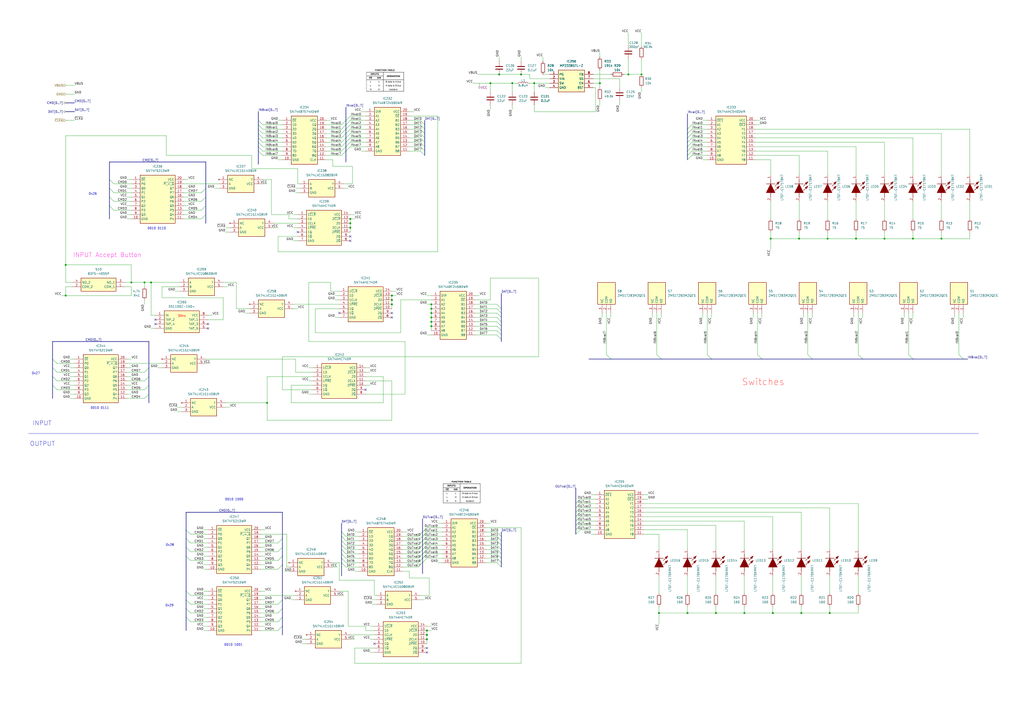
<source format=kicad_sch>
(kicad_sch (version 20250114) (generator "eeschema") (generator_version "9.0")
  (paper "A2")
  (text "INPUT" (at 24.384 245.618 0) (effects (font (size 2.54 2.54))))
  (text "30ns" (at 105.41 183.388 0) (effects (font (size 1.27 1.27))))
  (text "OUTPUT" (at 24.638 257.556 0) (effects (font (size 2.54 2.54))))
  (text "INPUT Accept Button" (at 62.23 148.082 0) (effects (font (size 2.54 2.54))))
  (text "0010 0110" (at 90.932 132.588 0) (effects (font (size 1.27 1.27))))
  (text "0x28" (at 98.552 316.23 0) (effects (font (size 1.27 1.27))))
  (text "0010 1001" (at 135.382 374.142 0) (effects (font (size 1.27 1.27))))
  (text "0010 1000" (at 135.89 289.814 0) (effects (font (size 1.27 1.27))))
  (text "0x26\n" (at 53.848 112.522 0) (effects (font (size 1.27 1.27))))
  (text "Switches\n" (at 442.722 221.742 0) (effects (font (size 3.81 3.81))))
  (text "0x29\n" (at 98.298 351.282 0) (effects (font (size 1.27 1.27))))
  (text "0010 0111" (at 57.912 236.728 0) (effects (font (size 1.27 1.27))))
  (text "0x27\n" (at 20.828 216.662 0) (effects (font (size 1.27 1.27))))
  (junction (at 464.82 355.6))
  (junction (at 247.65 368.3))
  (junction (at 347.98 48.26))
  (junction (at 302.26 43.18))
  (junction (at 480.06 138.43))
  (junction (at 250.19 184.15))
  (junction (at 463.55 138.43))
  (junction (at 247.65 370.84))
  (junction (at 76.2 163.83))
  (junction (at 250.19 176.53))
  (junction (at 227.33 173.99))
  (junction (at 364.49 43.18))
  (junction (at 513.08 138.43))
  (junction (at 372.11 43.18))
  (junction (at 309.88 48.26))
  (junction (at 546.1 138.43))
  (junction (at 203.2 127))
  (junction (at 247.65 365.76))
  (junction (at 496.57 138.43))
  (junction (at 250.19 179.07))
  (junction (at 227.33 176.53))
  (junction (at 382.27 355.6))
  (junction (at 529.59 138.43))
  (junction (at 431.8 355.6))
  (junction (at 154.94 233.68))
  (junction (at 227.33 171.45))
  (junction (at 250.19 186.69))
  (junction (at 448.31 355.6))
  (junction (at 38.1 153.67))
  (junction (at 398.78 355.6))
  (junction (at 38.1 171.45))
  (junction (at 203.2 129.54))
  (junction (at 289.56 43.18))
  (junction (at 87.63 163.83))
  (junction (at 203.2 132.08))
  (junction (at 250.19 181.61))
  (junction (at 297.18 48.26))
  (junction (at 415.29 355.6))
  (junction (at 447.04 138.43))
  (junction (at 481.33 355.6))
  (junction (at 83.82 163.83))
  (junction (at 250.19 189.23))
  (junction (at 284.48 48.26))
  (no_connect (at 203.2 137.16))
  (no_connect (at 90.17 187.96))
  (no_connect (at 196.85 181.61))
  (no_connect (at 227.33 181.61))
  (no_connect (at 172.72 134.62))
  (no_connect (at 120.65 187.96))
  (no_connect (at 247.65 378.46))
  (no_connect (at 217.17 373.38))
  (no_connect (at 90.17 185.42))
  (no_connect (at 227.33 184.15))
  (no_connect (at 247.65 375.92))
  (no_connect (at 203.2 139.7))
  (no_connect (at 212.09 226.06))
  (no_connect (at 120.65 190.5))
  (bus_entry (at 401.32 74.93) (size -2.54 2.54))
  (bus_entry (at 119.38 124.46) (size -2.54 2.54))
  (bus_entry (at 203.2 72.39) (size -2.54 2.54))
  (bus_entry (at 242.57 326.39) (size 2.54 -2.54))
  (bus_entry (at 86.36 223.52) (size -2.54 2.54))
  (bus_entry (at 30.48 218.44) (size 2.54 2.54))
  (bus_entry (at 527.05 205.74) (size 2.54 2.54))
  (bus_entry (at 243.84 72.39) (size 2.54 2.54))
  (bus_entry (at 336.55 289.56) (size -2.54 2.54))
  (bus_entry (at 288.29 321.31) (size 2.54 2.54))
  (bus_entry (at 163.83 347.98) (size -2.54 2.54))
  (bus_entry (at 243.84 69.85) (size 2.54 2.54))
  (bus_entry (at 243.84 82.55) (size 2.54 2.54))
  (bus_entry (at 401.32 77.47) (size -2.54 2.54))
  (bus_entry (at 107.95 307.34) (size 2.54 2.54))
  (bus_entry (at 243.84 87.63) (size 2.54 2.54))
  (bus_entry (at 288.29 323.85) (size 2.54 2.54))
  (bus_entry (at 336.55 304.8) (size -2.54 2.54))
  (bus_entry (at 247.65 311.15) (size -2.54 2.54))
  (bus_entry (at 149.86 87.63) (size 2.54 2.54))
  (bus_entry (at 288.29 316.23) (size 2.54 2.54))
  (bus_entry (at 288.29 318.77) (size 2.54 2.54))
  (bus_entry (at 401.32 72.39) (size -2.54 2.54))
  (bus_entry (at 468.63 205.74) (size 2.54 2.54))
  (bus_entry (at 163.83 327.66) (size -2.54 2.54))
  (bus_entry (at 288.29 189.23) (size 2.54 2.54))
  (bus_entry (at 243.84 77.47) (size 2.54 2.54))
  (bus_entry (at 203.2 69.85) (size -2.54 2.54))
  (bus_entry (at 243.84 80.01) (size 2.54 2.54))
  (bus_entry (at 242.57 328.93) (size 2.54 -2.54))
  (bus_entry (at 30.48 213.36) (size 2.54 2.54))
  (bus_entry (at 63.5 109.22) (size 2.54 2.54))
  (bus_entry (at 288.29 181.61) (size 2.54 2.54))
  (bus_entry (at 401.32 80.01) (size -2.54 2.54))
  (bus_entry (at 149.86 72.39) (size 2.54 2.54))
  (bus_entry (at 336.55 292.1) (size -2.54 2.54))
  (bus_entry (at 86.36 213.36) (size -2.54 2.54))
  (bus_entry (at 163.83 312.42) (size -2.54 2.54))
  (bus_entry (at 149.86 74.93) (size 2.54 2.54))
  (bus_entry (at 247.65 308.61) (size -2.54 2.54))
  (bus_entry (at 198.12 321.31) (size 2.54 2.54))
  (bus_entry (at 288.29 194.31) (size 2.54 2.54))
  (bus_entry (at 198.12 90.17) (size 2.54 -2.54))
  (bus_entry (at 163.83 317.5) (size -2.54 2.54))
  (bus_entry (at 336.55 299.72) (size -2.54 2.54))
  (bus_entry (at 243.84 85.09) (size 2.54 2.54))
  (bus_entry (at 198.12 80.01) (size 2.54 -2.54))
  (bus_entry (at 198.12 72.39) (size 2.54 -2.54))
  (bus_entry (at 288.29 191.77) (size 2.54 2.54))
  (bus_entry (at 288.29 184.15) (size 2.54 2.54))
  (bus_entry (at 119.38 119.38) (size -2.54 2.54))
  (bus_entry (at 439.42 205.74) (size 2.54 2.54))
  (bus_entry (at 149.86 69.85) (size 2.54 2.54))
  (bus_entry (at 107.95 353.06) (size 2.54 2.54))
  (bus_entry (at 288.29 326.39) (size 2.54 2.54))
  (bus_entry (at 119.38 109.22) (size -2.54 2.54))
  (bus_entry (at 288.29 313.69) (size 2.54 2.54))
  (bus_entry (at 288.29 311.15) (size 2.54 2.54))
  (bus_entry (at 203.2 74.93) (size -2.54 2.54))
  (bus_entry (at 288.29 186.69) (size 2.54 2.54))
  (bus_entry (at 288.29 308.61) (size 2.54 2.54))
  (bus_entry (at 288.29 179.07) (size 2.54 2.54))
  (bus_entry (at 336.55 294.64) (size -2.54 2.54))
  (bus_entry (at 107.95 317.5) (size 2.54 2.54))
  (bus_entry (at 198.12 308.61) (size 2.54 2.54))
  (bus_entry (at 198.12 82.55) (size 2.54 -2.54))
  (bus_entry (at 198.12 85.09) (size 2.54 -2.54))
  (bus_entry (at 107.95 347.98) (size 2.54 2.54))
  (bus_entry (at 288.29 176.53) (size 2.54 2.54))
  (bus_entry (at 243.84 74.93) (size 2.54 2.54))
  (bus_entry (at 149.86 85.09) (size 2.54 2.54))
  (bus_entry (at 497.84 205.74) (size 2.54 2.54))
  (bus_entry (at 351.79 205.74) (size 2.54 2.54))
  (bus_entry (at 163.83 322.58) (size -2.54 2.54))
  (bus_entry (at 63.5 119.38) (size 2.54 2.54))
  (bus_entry (at 242.57 323.85) (size 2.54 -2.54))
  (bus_entry (at 107.95 342.9) (size 2.54 2.54))
  (bus_entry (at 198.12 316.23) (size 2.54 2.54))
  (bus_entry (at 149.86 80.01) (size 2.54 2.54))
  (bus_entry (at 119.38 114.3) (size -2.54 2.54))
  (bus_entry (at 203.2 67.31) (size -2.54 2.54))
  (bus_entry (at 198.12 326.39) (size 2.54 2.54))
  (bus_entry (at 203.2 77.47) (size -2.54 2.54))
  (bus_entry (at 336.55 307.34) (size -2.54 2.54))
  (bus_entry (at 63.5 114.3) (size 2.54 2.54))
  (bus_entry (at 163.83 363.22) (size -2.54 2.54))
  (bus_entry (at 198.12 77.47) (size 2.54 -2.54))
  (bus_entry (at 107.95 312.42) (size 2.54 2.54))
  (bus_entry (at 107.95 322.58) (size 2.54 2.54))
  (bus_entry (at 410.21 205.74) (size 2.54 2.54))
  (bus_entry (at 247.65 323.85) (size -2.54 2.54))
  (bus_entry (at 242.57 318.77) (size 2.54 -2.54))
  (bus_entry (at 381 205.74) (size 2.54 2.54))
  (bus_entry (at 247.65 316.23) (size -2.54 2.54))
  (bus_entry (at 203.2 80.01) (size -2.54 2.54))
  (bus_entry (at 556.26 205.74) (size 2.54 2.54))
  (bus_entry (at 247.65 318.77) (size -2.54 2.54))
  (bus_entry (at 336.55 302.26) (size -2.54 2.54))
  (bus_entry (at 198.12 87.63) (size 2.54 -2.54))
  (bus_entry (at 247.65 313.69) (size -2.54 2.54))
  (bus_entry (at 86.36 218.44) (size -2.54 2.54))
  (bus_entry (at 401.32 82.55) (size -2.54 2.54))
  (bus_entry (at 401.32 85.09) (size -2.54 2.54))
  (bus_entry (at 198.12 313.69) (size 2.54 2.54))
  (bus_entry (at 163.83 358.14) (size -2.54 2.54))
  (bus_entry (at 198.12 311.15) (size 2.54 2.54))
  (bus_entry (at 242.57 321.31) (size 2.54 -2.54))
  (bus_entry (at 247.65 306.07) (size -2.54 2.54))
  (bus_entry (at 86.36 228.6) (size -2.54 2.54))
  (bus_entry (at 149.86 77.47) (size 2.54 2.54))
  (bus_entry (at 203.2 82.55) (size -2.54 2.54))
  (bus_entry (at 401.32 87.63) (size -2.54 2.54))
  (bus_entry (at 107.95 358.14) (size 2.54 2.54))
  (bus_entry (at 242.57 313.69) (size 2.54 -2.54))
  (bus_entry (at 30.48 223.52) (size 2.54 2.54))
  (bus_entry (at 149.86 82.55) (size 2.54 2.54))
  (bus_entry (at 198.12 323.85) (size 2.54 2.54))
  (bus_entry (at 401.32 90.17) (size -2.54 2.54))
  (bus_entry (at 63.5 104.14) (size 2.54 2.54))
  (bus_entry (at 163.83 353.06) (size -2.54 2.54))
  (bus_entry (at 336.55 297.18) (size -2.54 2.54))
  (bus_entry (at 242.57 316.23) (size 2.54 -2.54))
  (bus_entry (at 30.48 208.28) (size 2.54 2.54))
  (bus_entry (at 247.65 321.31) (size -2.54 2.54))
  (bus_entry (at 198.12 74.93) (size 2.54 -2.54))
  (bus_entry (at 203.2 85.09) (size -2.54 2.54))
  (bus_entry (at 198.12 318.77) (size 2.54 2.54))
  (bus_entry (at 242.57 311.15) (size 2.54 -2.54))
  (wire (pts (xy 410.21 80.01) (xy 401.32 80.01)))
  (wire (pts (xy 256.54 306.07) (xy 247.65 306.07)))
  (wire (pts (xy 102.87 236.22) (xy 105.41 236.22)))
  (wire (pts (xy 347.98 40.64) (xy 347.98 48.26)))
  (wire (pts (xy 76.2 218.44) (xy 73.66 218.44)))
  (wire (pts (xy 161.29 314.96) (xy 151.13 314.96)))
  (wire (pts (xy 91.44 213.36) (xy 93.98 213.36)))
  (wire (pts (xy 372.11 19.05) (xy 372.11 26.67)))
  (bus (pts (xy 107.95 342.9) (xy 107.95 322.58)))
  (wire (pts (xy 275.59 171.45) (xy 278.13 171.45)))
  (wire (pts (xy 118.11 363.22) (xy 120.65 363.22)))
  (bus (pts (xy 290.83 308.61) (xy 290.83 311.15)))
  (bus (pts (xy 63.5 93.98) (xy 119.38 93.98)))
  (wire (pts (xy 215.9 347.98) (xy 218.44 347.98)))
  (bus (pts (xy 245.11 311.15) (xy 245.11 313.69)))
  (wire (pts (xy 309.88 48.26) (xy 309.88 53.34)))
  (bus (pts (xy 163.83 322.58) (xy 163.83 327.66)))
  (wire (pts (xy 129.54 166.37) (xy 132.08 166.37)))
  (wire (pts (xy 158.75 132.08) (xy 161.29 132.08)))
  (wire (pts (xy 256.54 323.85) (xy 247.65 323.85)))
  (wire (pts (xy 181.61 220.98) (xy 179.07 220.98)))
  (wire (pts (xy 154.94 233.68) (xy 154.94 243.84)))
  (wire (pts (xy 345.44 307.34) (xy 336.55 307.34)))
  (wire (pts (xy 205.74 384.81) (xy 302.26 384.81)))
  (wire (pts (xy 373.38 287.02) (xy 375.92 287.02)))
  (wire (pts (xy 375.92 289.56) (xy 373.38 289.56)))
  (bus (pts (xy 107.95 312.42) (xy 107.95 307.34)))
  (wire (pts (xy 130.81 236.22) (xy 133.35 236.22)))
  (wire (pts (xy 309.88 60.96) (xy 309.88 64.77)))
  (wire (pts (xy 194.31 184.15) (xy 196.85 184.15)))
  (wire (pts (xy 513.08 116.84) (xy 513.08 127)))
  (wire (pts (xy 233.68 326.39) (xy 242.57 326.39)))
  (wire (pts (xy 373.38 292.1) (xy 497.84 292.1)))
  (wire (pts (xy 172.72 124.46) (xy 170.18 124.46)))
  (wire (pts (xy 201.93 363.22) (xy 212.09 363.22)))
  (wire (pts (xy 83.82 231.14) (xy 73.66 231.14)))
  (bus (pts (xy 119.38 124.46) (xy 119.38 129.54)))
  (wire (pts (xy 529.59 80.01) (xy 529.59 101.6)))
  (wire (pts (xy 497.84 351.79) (xy 497.84 355.6)))
  (wire (pts (xy 398.78 318.77) (xy 398.78 307.34)))
  (wire (pts (xy 120.65 347.98) (xy 118.11 347.98)))
  (wire (pts (xy 513.08 134.62) (xy 513.08 138.43)))
  (bus (pts (xy 558.8 208.28) (xy 529.59 208.28)))
  (wire (pts (xy 153.67 347.98) (xy 151.13 347.98)))
  (wire (pts (xy 275.59 186.69) (xy 288.29 186.69)))
  (bus (pts (xy 290.83 189.23) (xy 290.83 191.77)))
  (wire (pts (xy 40.64 231.14) (xy 43.18 231.14)))
  (wire (pts (xy 151.13 309.88) (xy 166.37 309.88)))
  (wire (pts (xy 372.11 34.29) (xy 372.11 43.18)))
  (wire (pts (xy 438.15 82.55) (xy 513.08 82.55)))
  (wire (pts (xy 76.2 163.83) (xy 83.82 163.83)))
  (bus (pts (xy 334.01 297.18) (xy 334.01 299.72)))
  (bus (pts (xy 398.78 77.47) (xy 398.78 80.01)))
  (bus (pts (xy 149.86 72.39) (xy 149.86 74.93)))
  (wire (pts (xy 275.59 194.31) (xy 288.29 194.31)))
  (wire (pts (xy 556.26 181.61) (xy 556.26 205.74)))
  (wire (pts (xy 87.63 190.5) (xy 90.17 190.5)))
  (wire (pts (xy 38.1 78.74) (xy 96.52 78.74)))
  (bus (pts (xy 63.5 119.38) (xy 63.5 114.3)))
  (wire (pts (xy 431.8 351.79) (xy 431.8 355.6)))
  (wire (pts (xy 227.33 176.53) (xy 227.33 179.07)))
  (bus (pts (xy 246.38 82.55) (xy 246.38 85.09)))
  (bus (pts (xy 30.48 231.14) (xy 30.48 223.52)))
  (bus (pts (xy 245.11 326.39) (xy 245.11 332.74)))
  (wire (pts (xy 153.67 317.5) (xy 151.13 317.5)))
  (bus (pts (xy 86.36 228.6) (xy 86.36 233.68)))
  (bus (pts (xy 163.83 327.66) (xy 163.83 347.98)))
  (wire (pts (xy 410.21 77.47) (xy 401.32 77.47)))
  (wire (pts (xy 73.66 114.3) (xy 76.2 114.3)))
  (bus (pts (xy 107.95 317.5) (xy 107.95 312.42)))
  (wire (pts (xy 191.77 163.83) (xy 191.77 168.91)))
  (bus (pts (xy 163.83 312.42) (xy 163.83 317.5)))
  (wire (pts (xy 196.85 342.9) (xy 201.93 342.9)))
  (wire (pts (xy 167.64 127) (xy 172.72 127)))
  (wire (pts (xy 172.72 97.79) (xy 172.72 106.68)))
  (wire (pts (xy 256.54 303.53) (xy 254 303.53)))
  (bus (pts (xy 290.83 194.31) (xy 290.83 196.85)))
  (wire (pts (xy 247.65 370.84) (xy 247.65 373.38)))
  (wire (pts (xy 398.78 307.34) (xy 373.38 307.34)))
  (wire (pts (xy 109.22 124.46) (xy 106.68 124.46)))
  (wire (pts (xy 527.05 181.61) (xy 527.05 205.74)))
  (wire (pts (xy 344.17 43.18) (xy 354.33 43.18)))
  (wire (pts (xy 227.33 168.91) (xy 229.87 168.91)))
  (wire (pts (xy 463.55 116.84) (xy 463.55 127)))
  (wire (pts (xy 471.17 181.61) (xy 471.17 184.15)))
  (wire (pts (xy 171.45 215.9) (xy 171.45 208.28)))
  (wire (pts (xy 72.39 166.37) (xy 76.2 166.37)))
  (wire (pts (xy 382.27 309.88) (xy 373.38 309.88)))
  (bus (pts (xy 30.48 218.44) (xy 30.48 213.36)))
  (wire (pts (xy 222.25 218.44) (xy 212.09 218.44)))
  (wire (pts (xy 168.91 223.52) (xy 168.91 233.68)))
  (wire (pts (xy 196.85 345.44) (xy 199.39 345.44)))
  (bus (pts (xy 119.38 109.22) (xy 119.38 114.3)))
  (wire (pts (xy 161.29 137.16) (xy 161.29 146.05)))
  (wire (pts (xy 243.84 347.98) (xy 246.38 347.98)))
  (wire (pts (xy 116.84 111.76) (xy 106.68 111.76)))
  (wire (pts (xy 151.13 358.14) (xy 153.67 358.14)))
  (wire (pts (xy 217.17 375.92) (xy 205.74 375.92)))
  (bus (pts (xy 398.78 87.63) (xy 398.78 90.17)))
  (wire (pts (xy 349.25 181.61) (xy 349.25 184.15)))
  (wire (pts (xy 227.33 220.98) (xy 212.09 220.98)))
  (bus (pts (xy 149.86 82.55) (xy 149.86 85.09)))
  (wire (pts (xy 110.49 325.12) (xy 120.65 325.12)))
  (wire (pts (xy 237.49 331.47) (xy 233.68 331.47)))
  (bus (pts (xy 245.11 300.99) (xy 245.11 308.61)))
  (wire (pts (xy 562.61 116.84) (xy 562.61 127)))
  (wire (pts (xy 166.37 328.93) (xy 167.64 328.93)))
  (wire (pts (xy 431.8 355.6) (xy 415.29 355.6)))
  (bus (pts (xy 290.83 186.69) (xy 290.83 189.23)))
  (wire (pts (xy 497.84 292.1) (xy 497.84 318.77)))
  (wire (pts (xy 33.02 210.82) (xy 43.18 210.82)))
  (wire (pts (xy 345.44 297.18) (xy 336.55 297.18)))
  (wire (pts (xy 193.04 326.39) (xy 196.85 326.39)))
  (wire (pts (xy 439.42 181.61) (xy 439.42 205.74)))
  (wire (pts (xy 297.18 63.5) (xy 297.18 60.96)))
  (wire (pts (xy 281.94 318.77) (xy 288.29 318.77)))
  (wire (pts (xy 205.74 308.61) (xy 208.28 308.61)))
  (wire (pts (xy 222.25 233.68) (xy 222.25 218.44)))
  (bus (pts (xy 163.83 363.22) (xy 163.83 368.3)))
  (wire (pts (xy 480.06 134.62) (xy 480.06 138.43)))
  (bus (pts (xy 334.01 283.21) (xy 334.01 292.1)))
  (bus (pts (xy 290.83 318.77) (xy 290.83 321.31)))
  (wire (pts (xy 312.42 161.29) (xy 312.42 207.01)))
  (wire (pts (xy 309.88 64.77) (xy 345.44 64.77)))
  (bus (pts (xy 500.38 208.28) (xy 471.17 208.28)))
  (wire (pts (xy 196.85 336.55) (xy 217.17 336.55)))
  (wire (pts (xy 284.48 63.5) (xy 284.48 60.96)))
  (wire (pts (xy 496.57 85.09) (xy 496.57 101.6)))
  (wire (pts (xy 307.34 43.18) (xy 302.26 43.18)))
  (wire (pts (xy 72.39 163.83) (xy 76.2 163.83)))
  (wire (pts (xy 364.49 43.18) (xy 372.11 43.18)))
  (wire (pts (xy 546.1 77.47) (xy 546.1 101.6)))
  (bus (pts (xy 198.12 303.53) (xy 198.12 308.61)))
  (wire (pts (xy 83.82 220.98) (xy 73.66 220.98)))
  (wire (pts (xy 256.54 316.23) (xy 247.65 316.23)))
  (wire (pts (xy 171.45 109.22) (xy 173.99 109.22)))
  (bus (pts (xy 86.36 218.44) (xy 86.36 223.52)))
  (wire (pts (xy 151.13 342.9) (xy 153.67 342.9)))
  (wire (pts (xy 415.29 334.01) (xy 415.29 344.17)))
  (wire (pts (xy 373.38 302.26) (xy 431.8 302.26)))
  (wire (pts (xy 181.61 215.9) (xy 171.45 215.9)))
  (wire (pts (xy 345.44 304.8) (xy 336.55 304.8)))
  (wire (pts (xy 182.88 179.07) (xy 182.88 193.04)))
  (wire (pts (xy 76.2 166.37) (xy 76.2 171.45)))
  (wire (pts (xy 153.67 327.66) (xy 151.13 327.66)))
  (wire (pts (xy 87.63 163.83) (xy 104.14 163.83)))
  (wire (pts (xy 73.66 124.46) (xy 76.2 124.46)))
  (bus (pts (xy 398.78 85.09) (xy 398.78 87.63)))
  (wire (pts (xy 161.29 69.85) (xy 163.83 69.85)))
  (wire (pts (xy 200.66 311.15) (xy 208.28 311.15)))
  (wire (pts (xy 546.1 116.84) (xy 546.1 127)))
  (wire (pts (xy 166.37 309.88) (xy 166.37 328.93)))
  (bus (pts (xy 398.78 80.01) (xy 398.78 82.55)))
  (wire (pts (xy 381 181.61) (xy 381 205.74)))
  (wire (pts (xy 193.04 328.93) (xy 195.58 328.93)))
  (wire (pts (xy 120.65 185.42) (xy 129.54 185.42)))
  (wire (pts (xy 189.23 87.63) (xy 198.12 87.63)))
  (bus (pts (xy 246.38 72.39) (xy 246.38 74.93)))
  (wire (pts (xy 157.48 124.46) (xy 167.64 124.46)))
  (wire (pts (xy 212.09 213.36) (xy 214.63 213.36)))
  (bus (pts (xy 107.95 307.34) (xy 107.95 297.18)))
  (wire (pts (xy 179.07 163.83) (xy 191.77 163.83)))
  (wire (pts (xy 250.19 184.15) (xy 250.19 186.69)))
  (wire (pts (xy 212.09 228.6) (xy 234.95 228.6)))
  (bus (pts (xy 290.83 196.85) (xy 290.83 198.12)))
  (wire (pts (xy 199.39 106.68) (xy 204.47 106.68)))
  (wire (pts (xy 212.09 365.76) (xy 217.17 365.76)))
  (bus (pts (xy 163.83 297.18) (xy 163.83 312.42)))
  (bus (pts (xy 63.5 109.22) (xy 63.5 104.14)))
  (wire (pts (xy 448.31 299.72) (xy 448.31 318.77)))
  (wire (pts (xy 168.91 347.98) (xy 171.45 347.98)))
  (wire (pts (xy 309.88 48.26) (xy 318.77 48.26)))
  (wire (pts (xy 438.15 80.01) (xy 529.59 80.01)))
  (wire (pts (xy 217.17 370.84) (xy 214.63 370.84)))
  (wire (pts (xy 118.11 365.76) (xy 120.65 365.76)))
  (bus (pts (xy 200.66 77.47) (xy 200.66 80.01)))
  (bus (pts (xy 334.01 302.26) (xy 334.01 304.8)))
  (wire (pts (xy 373.38 299.72) (xy 448.31 299.72)))
  (wire (pts (xy 227.33 173.99) (xy 227.33 176.53)))
  (bus (pts (xy 163.83 317.5) (xy 163.83 322.58)))
  (wire (pts (xy 344.17 48.26) (xy 347.98 48.26)))
  (bus (pts (xy 245.11 313.69) (xy 245.11 316.23)))
  (wire (pts (xy 234.95 198.12) (xy 234.95 228.6)))
  (wire (pts (xy 106.68 104.14) (xy 109.22 104.14)))
  (wire (pts (xy 274.32 48.26) (xy 284.48 48.26)))
  (wire (pts (xy 431.8 334.01) (xy 431.8 344.17)))
  (wire (pts (xy 110.49 355.6) (xy 120.65 355.6)))
  (wire (pts (xy 248.92 335.28) (xy 237.49 335.28)))
  (wire (pts (xy 153.67 353.06) (xy 151.13 353.06)))
  (wire (pts (xy 199.39 109.22) (xy 201.93 109.22)))
  (wire (pts (xy 237.49 80.01) (xy 243.84 80.01)))
  (wire (pts (xy 345.44 64.77) (xy 345.44 50.8)))
  (wire (pts (xy 217.17 363.22) (xy 214.63 363.22)))
  (bus (pts (xy 86.36 223.52) (xy 86.36 228.6)))
  (bus (pts (xy 200.66 82.55) (xy 200.66 85.09)))
  (wire (pts (xy 212.09 363.22) (xy 212.09 365.76)))
  (wire (pts (xy 33.02 226.06) (xy 43.18 226.06)))
  (wire (pts (xy 438.15 74.93) (xy 562.61 74.93)))
  (bus (pts (xy 245.11 308.61) (xy 245.11 311.15)))
  (wire (pts (xy 152.4 87.63) (xy 163.83 87.63)))
  (bus (pts (xy 246.38 74.93) (xy 246.38 77.47)))
  (bus (pts (xy 200.66 85.09) (xy 200.66 87.63)))
  (bus (pts (xy 290.83 170.18) (xy 290.83 179.07)))
  (wire (pts (xy 119.38 210.82) (xy 121.92 210.82)))
  (wire (pts (xy 441.96 181.61) (xy 441.96 184.15)))
  (wire (pts (xy 281.94 313.69) (xy 288.29 313.69)))
  (wire (pts (xy 464.82 297.18) (xy 464.82 318.77)))
  (wire (pts (xy 233.68 308.61) (xy 236.22 308.61)))
  (wire (pts (xy 170.18 139.7) (xy 172.72 139.7)))
  (wire (pts (xy 496.57 138.43) (xy 480.06 138.43)))
  (wire (pts (xy 40.64 218.44) (xy 43.18 218.44)))
  (wire (pts (xy 152.4 77.47) (xy 163.83 77.47)))
  (wire (pts (xy 212.09 67.31) (xy 203.2 67.31)))
  (wire (pts (xy 345.44 292.1) (xy 336.55 292.1)))
  (wire (pts (xy 250.19 189.23) (xy 250.19 191.77)))
  (wire (pts (xy 203.2 132.08) (xy 203.2 134.62)))
  (wire (pts (xy 43.18 213.36) (xy 40.64 213.36)))
  (wire (pts (xy 110.49 360.68) (xy 120.65 360.68)))
  (wire (pts (xy 73.66 210.82) (xy 93.98 210.82)))
  (wire (pts (xy 118.11 358.14) (xy 120.65 358.14)))
  (bus (pts (xy 245.11 316.23) (xy 245.11 318.77)))
  (wire (pts (xy 345.44 289.56) (xy 336.55 289.56)))
  (wire (pts (xy 175.26 370.84) (xy 177.8 370.84)))
  (wire (pts (xy 481.33 334.01) (xy 481.33 344.17)))
  (wire (pts (xy 529.59 181.61) (xy 529.59 184.15)))
  (wire (pts (xy 142.24 181.61) (xy 144.78 181.61)))
  (wire (pts (xy 212.09 74.93) (xy 203.2 74.93)))
  (wire (pts (xy 124.46 109.22) (xy 127 109.22)))
  (wire (pts (xy 93.98 166.37) (xy 104.14 166.37)))
  (wire (pts (xy 205.74 375.92) (xy 205.74 384.81)))
  (wire (pts (xy 237.49 335.28) (xy 237.49 331.47)))
  (wire (pts (xy 116.84 121.92) (xy 106.68 121.92)))
  (wire (pts (xy 130.81 132.08) (xy 133.35 132.08)))
  (wire (pts (xy 342.9 309.88) (xy 345.44 309.88)))
  (wire (pts (xy 116.84 116.84) (xy 106.68 116.84)))
  (wire (pts (xy 227.33 171.45) (xy 227.33 173.99)))
  (wire (pts (xy 76.2 153.67) (xy 76.2 163.83)))
  (wire (pts (xy 256.54 308.61) (xy 247.65 308.61)))
  (wire (pts (xy 546.1 138.43) (xy 529.59 138.43)))
  (wire (pts (xy 281.94 326.39) (xy 288.29 326.39)))
  (wire (pts (xy 347.98 58.42) (xy 347.98 60.96)))
  (wire (pts (xy 250.19 176.53) (xy 250.19 179.07)))
  (wire (pts (xy 212.09 77.47) (xy 203.2 77.47)))
  (wire (pts (xy 247.65 365.76) (xy 247.65 368.3)))
  (wire (pts (xy 212.09 223.52) (xy 214.63 223.52)))
  (wire (pts (xy 96.52 78.74) (xy 96.52 90.17)))
  (bus (pts (xy 398.78 66.04) (xy 398.78 74.93)))
  (wire (pts (xy 76.2 213.36) (xy 73.66 213.36)))
  (bus (pts (xy 163.83 358.14) (xy 163.83 363.22)))
  (bus (pts (xy 245.11 321.31) (xy 245.11 323.85)))
  (wire (pts (xy 243.84 345.44) (xy 248.92 345.44)))
  (wire (pts (xy 398.78 351.79) (xy 398.78 355.6)))
  (wire (pts (xy 171.45 111.76) (xy 173.99 111.76)))
  (bus (pts (xy 119.38 119.38) (xy 119.38 124.46)))
  (wire (pts (xy 158.75 129.54) (xy 172.72 129.54)))
  (wire (pts (xy 129.54 172.72) (xy 93.98 172.72)))
  (wire (pts (xy 130.81 233.68) (xy 154.94 233.68)))
  (bus (pts (xy 198.12 316.23) (xy 198.12 318.77)))
  (wire (pts (xy 233.68 323.85) (xy 242.57 323.85)))
  (wire (pts (xy 118.11 330.2) (xy 120.65 330.2)))
  (wire (pts (xy 364.49 19.05) (xy 364.49 26.67)))
  (wire (pts (xy 448.31 351.79) (xy 448.31 355.6)))
  (bus (pts (xy 86.36 198.12) (xy 86.36 213.36)))
  (wire (pts (xy 163.83 207.01) (xy 163.83 226.06)))
  (wire (pts (xy 83.82 163.83) (xy 87.63 163.83)))
  (wire (pts (xy 93.98 172.72) (xy 93.98 166.37)))
  (bus (pts (xy 471.17 208.28) (xy 441.96 208.28)))
  (wire (pts (xy 254 326.39) (xy 256.54 326.39)))
  (wire (pts (xy 151.13 345.44) (xy 171.45 345.44)))
  (wire (pts (xy 289.56 43.18) (xy 302.26 43.18)))
  (wire (pts (xy 151.13 322.58) (xy 153.67 322.58)))
  (wire (pts (xy 410.21 74.93) (xy 401.32 74.93)))
  (wire (pts (xy 106.68 106.68) (xy 127 106.68)))
  (wire (pts (xy 161.29 325.12) (xy 151.13 325.12)))
  (wire (pts (xy 66.04 111.76) (xy 76.2 111.76)))
  (wire (pts (xy 407.67 69.85) (xy 410.21 69.85)))
  (wire (pts (xy 436.88 181.61) (xy 436.88 184.15)))
  (wire (pts (xy 524.51 181.61) (xy 524.51 184.15)))
  (wire (pts (xy 118.11 312.42) (xy 120.65 312.42)))
  (bus (pts (xy 198.12 323.85) (xy 198.12 326.39)))
  (bus (pts (xy 246.38 77.47) (xy 246.38 80.01)))
  (wire (pts (xy 364.49 34.29) (xy 364.49 43.18)))
  (wire (pts (xy 438.15 77.47) (xy 546.1 77.47)))
  (bus (pts (xy 86.36 213.36) (xy 86.36 218.44)))
  (bus (pts (xy 290.83 311.15) (xy 290.83 313.69)))
  (wire (pts (xy 200.66 328.93) (xy 208.28 328.93)))
  (wire (pts (xy 172.72 137.16) (xy 161.29 137.16)))
  (wire (pts (xy 73.66 104.14) (xy 76.2 104.14)))
  (wire (pts (xy 189.23 90.17) (xy 198.12 90.17)))
  (wire (pts (xy 232.41 193.04) (xy 232.41 173.99)))
  (wire (pts (xy 38.1 166.37) (xy 41.91 166.37)))
  (wire (pts (xy 168.91 233.68) (xy 222.25 233.68)))
  (bus (pts (xy 290.83 316.23) (xy 290.83 318.77)))
  (wire (pts (xy 194.31 171.45) (xy 196.85 171.45)))
  (wire (pts (xy 383.54 181.61) (xy 383.54 184.15)))
  (wire (pts (xy 247.65 365.76) (xy 250.19 365.76)))
  (wire (pts (xy 118.11 327.66) (xy 120.65 327.66)))
  (wire (pts (xy 464.82 355.6) (xy 448.31 355.6)))
  (bus (pts (xy 63.5 114.3) (xy 63.5 109.22)))
  (wire (pts (xy 146.05 97.79) (xy 146.05 90.17)))
  (wire (pts (xy 214.63 378.46) (xy 217.17 378.46)))
  (wire (pts (xy 40.64 208.28) (xy 43.18 208.28)))
  (bus (pts (xy 63.5 127) (xy 63.5 119.38)))
  (bus (pts (xy 529.59 208.28) (xy 500.38 208.28)))
  (wire (pts (xy 312.42 207.01) (xy 163.83 207.01)))
  (wire (pts (xy 196.85 179.07) (xy 182.88 179.07)))
  (wire (pts (xy 200.66 321.31) (xy 208.28 321.31)))
  (bus (pts (xy 246.38 87.63) (xy 246.38 90.17)))
  (wire (pts (xy 203.2 127) (xy 205.74 127)))
  (wire (pts (xy 41.91 163.83) (xy 38.1 163.83)))
  (wire (pts (xy 152.4 104.14) (xy 157.48 104.14)))
  (wire (pts (xy 497.84 181.61) (xy 497.84 205.74)))
  (wire (pts (xy 237.49 69.85) (xy 243.84 69.85)))
  (wire (pts (xy 345.44 302.26) (xy 336.55 302.26)))
  (wire (pts (xy 40.64 223.52) (xy 43.18 223.52)))
  (wire (pts (xy 463.55 101.6) (xy 463.55 90.17)))
  (wire (pts (xy 237.49 72.39) (xy 243.84 72.39)))
  (wire (pts (xy 480.06 87.63) (xy 480.06 101.6)))
  (bus (pts (xy 198.12 326.39) (xy 198.12 334.01)))
  (bus (pts (xy 200.66 62.23) (xy 200.66 69.85)))
  (wire (pts (xy 410.21 87.63) (xy 401.32 87.63)))
  (wire (pts (xy 345.44 299.72) (xy 336.55 299.72)))
  (wire (pts (xy 431.8 302.26) (xy 431.8 318.77)))
  (wire (pts (xy 275.59 181.61) (xy 288.29 181.61)))
  (wire (pts (xy 200.66 326.39) (xy 208.28 326.39)))
  (bus (pts (xy 198.12 308.61) (xy 198.12 311.15)))
  (wire (pts (xy 410.21 85.09) (xy 401.32 85.09)))
  (wire (pts (xy 227.33 171.45) (xy 229.87 171.45)))
  (wire (pts (xy 191.77 168.91) (xy 196.85 168.91)))
  (bus (pts (xy 149.86 80.01) (xy 149.86 82.55)))
  (bus (pts (xy 290.83 321.31) (xy 290.83 323.85)))
  (wire (pts (xy 284.48 161.29) (xy 312.42 161.29)))
  (wire (pts (xy 129.54 163.83) (xy 137.16 163.83)))
  (wire (pts (xy 38.1 153.67) (xy 76.2 153.67)))
  (wire (pts (xy 204.47 106.68) (xy 204.47 96.52)))
  (wire (pts (xy 233.68 313.69) (xy 242.57 313.69)))
  (wire (pts (xy 110.49 345.44) (xy 120.65 345.44)))
  (bus (pts (xy 30.48 213.36) (xy 30.48 208.28)))
  (wire (pts (xy 345.44 294.64) (xy 336.55 294.64)))
  (wire (pts (xy 382.27 351.79) (xy 382.27 355.6)))
  (wire (pts (xy 495.3 181.61) (xy 495.3 184.15)))
  (wire (pts (xy 109.22 114.3) (xy 106.68 114.3)))
  (wire (pts (xy 410.21 90.17) (xy 401.32 90.17)))
  (wire (pts (xy 152.4 74.93) (xy 163.83 74.93)))
  (wire (pts (xy 254 67.31) (xy 237.49 67.31)))
  (wire (pts (xy 463.55 134.62) (xy 463.55 138.43)))
  (wire (pts (xy 398.78 355.6) (xy 382.27 355.6)))
  (bus (pts (xy 149.86 64.77) (xy 149.86 69.85)))
  (wire (pts (xy 447.04 116.84) (xy 447.04 127)))
  (wire (pts (xy 151.13 307.34) (xy 153.67 307.34)))
  (wire (pts (xy 203.2 129.54) (xy 203.2 132.08)))
  (wire (pts (xy 76.2 109.22) (xy 73.66 109.22)))
  (wire (pts (xy 118.11 353.06) (xy 120.65 353.06)))
  (wire (pts (xy 109.22 109.22) (xy 106.68 109.22)))
  (wire (pts (xy 281.94 311.15) (xy 288.29 311.15)))
  (wire (pts (xy 415.29 351.79) (xy 415.29 355.6)))
  (bus (pts (xy 334.01 307.34) (xy 334.01 309.88)))
  (wire (pts (xy 157.48 104.14) (xy 157.48 124.46)))
  (bus (pts (xy 245.11 323.85) (xy 245.11 326.39)))
  (bus (pts (xy 30.48 198.12) (xy 86.36 198.12)))
  (wire (pts (xy 120.65 182.88) (xy 123.19 182.88)))
  (wire (pts (xy 410.21 181.61) (xy 410.21 205.74)))
  (wire (pts (xy 314.96 43.18) (xy 318.77 43.18)))
  (wire (pts (xy 466.09 181.61) (xy 466.09 184.15)))
  (bus (pts (xy 198.12 318.77) (xy 198.12 321.31)))
  (wire (pts (xy 407.67 181.61) (xy 407.67 184.15)))
  (wire (pts (xy 440.69 72.39) (xy 438.15 72.39)))
  (wire (pts (xy 233.68 311.15) (xy 242.57 311.15)))
  (wire (pts (xy 464.82 351.79) (xy 464.82 355.6)))
  (wire (pts (xy 38.1 163.83) (xy 38.1 153.67)))
  (wire (pts (xy 247.65 368.3) (xy 247.65 370.84)))
  (wire (pts (xy 233.68 318.77) (xy 242.57 318.77)))
  (wire (pts (xy 529.59 138.43) (xy 513.08 138.43)))
  (wire (pts (xy 146.05 90.17) (xy 96.52 90.17)))
  (wire (pts (xy 284.48 53.34) (xy 284.48 48.26)))
  (wire (pts (xy 562.61 138.43) (xy 546.1 138.43)))
  (wire (pts (xy 203.2 124.46) (xy 205.74 124.46)))
  (wire (pts (xy 161.29 330.2) (xy 151.13 330.2)))
  (wire (pts (xy 110.49 314.96) (xy 120.65 314.96)))
  (wire (pts (xy 154.94 243.84) (xy 227.33 243.84)))
  (wire (pts (xy 448.31 355.6) (xy 431.8 355.6)))
  (wire (pts (xy 237.49 85.09) (xy 243.84 85.09)))
  (wire (pts (xy 212.09 82.55) (xy 203.2 82.55)))
  (wire (pts (xy 247.65 194.31) (xy 250.19 194.31)))
  (wire (pts (xy 73.66 208.28) (xy 76.2 208.28)))
  (wire (pts (xy 38.1 171.45) (xy 38.1 166.37)))
  (wire (pts (xy 102.87 238.76) (xy 105.41 238.76)))
  (wire (pts (xy 237.49 87.63) (xy 243.84 87.63)))
  (bus (pts (xy 561.34 208.28) (xy 558.8 208.28)))
  (wire (pts (xy 152.4 85.09) (xy 163.83 85.09)))
  (wire (pts (xy 237.49 64.77) (xy 240.03 64.77)))
  (bus (pts (xy 107.95 358.14) (xy 107.95 353.06)))
  (bus (pts (xy 200.66 69.85) (xy 200.66 72.39)))
  (wire (pts (xy 146.05 97.79) (xy 172.72 97.79)))
  (bus (pts (xy 200.66 80.01) (xy 200.66 82.55)))
  (wire (pts (xy 233.68 316.23) (xy 242.57 316.23)))
  (wire (pts (xy 193.04 96.52) (xy 193.04 92.71)))
  (wire (pts (xy 250.19 179.07) (xy 250.19 181.61)))
  (wire (pts (xy 118.11 317.5) (xy 120.65 317.5)))
  (bus (pts (xy 200.66 72.39) (xy 200.66 74.93)))
  (wire (pts (xy 73.66 119.38) (xy 76.2 119.38)))
  (wire (pts (xy 284.48 48.26) (xy 297.18 48.26)))
  (wire (pts (xy 448.31 334.01) (xy 448.31 344.17)))
  (wire (pts (xy 281.94 323.85) (xy 288.29 323.85)))
  (wire (pts (xy 410.21 82.55) (xy 401.32 82.55)))
  (wire (pts (xy 281.94 321.31) (xy 288.29 321.31)))
  (wire (pts (xy 38.1 49.53) (xy 43.18 49.53)))
  (wire (pts (xy 250.19 186.69) (xy 250.19 189.23)))
  (bus (pts (xy 119.38 114.3) (xy 119.38 119.38)))
  (wire (pts (xy 275.59 176.53) (xy 288.29 176.53)))
  (bus (pts (xy 246.38 80.01) (xy 246.38 82.55)))
  (bus (pts (xy 198.12 311.15) (xy 198.12 313.69)))
  (wire (pts (xy 200.66 313.69) (xy 208.28 313.69)))
  (wire (pts (xy 76.2 228.6) (xy 73.66 228.6)))
  (wire (pts (xy 106.68 119.38) (xy 109.22 119.38)))
  (wire (pts (xy 90.17 182.88) (xy 87.63 182.88)))
  (bus (pts (xy 30.48 223.52) (xy 30.48 218.44)))
  (bus (pts (xy 334.01 292.1) (xy 334.01 294.64)))
  (wire (pts (xy 172.72 106.68) (xy 173.99 106.68)))
  (wire (pts (xy 276.86 43.18) (xy 289.56 43.18)))
  (bus (pts (xy 290.83 326.39) (xy 290.83 328.93)))
  (wire (pts (xy 359.41 50.8) (xy 359.41 45.72)))
  (bus (pts (xy 246.38 85.09) (xy 246.38 87.63)))
  (wire (pts (xy 248.92 345.44) (xy 248.92 335.28)))
  (wire (pts (xy 227.33 243.84) (xy 227.33 220.98)))
  (wire (pts (xy 247.65 363.22) (xy 250.19 363.22)))
  (wire (pts (xy 209.55 87.63) (xy 212.09 87.63)))
  (wire (pts (xy 203.2 370.84) (xy 205.74 370.84)))
  (wire (pts (xy 562.61 134.62) (xy 562.61 138.43)))
  (wire (pts (xy 480.06 138.43) (xy 463.55 138.43)))
  (bus (pts (xy 149.86 85.09) (xy 149.86 87.63)))
  (wire (pts (xy 351.79 181.61) (xy 351.79 205.74)))
  (wire (pts (xy 40.64 228.6) (xy 43.18 228.6)))
  (wire (pts (xy 247.65 176.53) (xy 250.19 176.53)))
  (bus (pts (xy 38.1 59.69) (xy 43.18 59.69)))
  (wire (pts (xy 513.08 138.43) (xy 496.57 138.43)))
  (wire (pts (xy 232.41 173.99) (xy 250.19 173.99)))
  (wire (pts (xy 161.29 320.04) (xy 151.13 320.04)))
  (wire (pts (xy 233.68 328.93) (xy 242.57 328.93)))
  (wire (pts (xy 153.67 363.22) (xy 151.13 363.22)))
  (wire (pts (xy 203.2 368.3) (xy 217.17 368.3)))
  (wire (pts (xy 116.84 127) (xy 106.68 127)))
  (bus (pts (xy 30.48 198.12) (xy 30.48 208.28)))
  (wire (pts (xy 66.04 116.84) (xy 76.2 116.84)))
  (wire (pts (xy 154.94 218.44) (xy 181.61 218.44)))
  (wire (pts (xy 256.54 321.31) (xy 247.65 321.31)))
  (wire (pts (xy 83.82 215.9) (xy 73.66 215.9)))
  (wire (pts (xy 73.66 127) (xy 76.2 127)))
  (wire (pts (xy 83.82 163.83) (xy 83.82 166.37)))
  (bus (pts (xy 412.75 208.28) (xy 383.54 208.28)))
  (wire (pts (xy 359.41 58.42) (xy 359.41 60.96)))
  (wire (pts (xy 161.29 360.68) (xy 151.13 360.68)))
  (wire (pts (xy 189.23 77.47) (xy 198.12 77.47)))
  (wire (pts (xy 372.11 50.8) (xy 372.11 53.34)))
  (wire (pts (xy 200.66 323.85) (xy 208.28 323.85)))
  (wire (pts (xy 447.04 134.62) (xy 447.04 138.43)))
  (wire (pts (xy 154.94 218.44) (xy 154.94 233.68)))
  (wire (pts (xy 38.1 69.85) (xy 43.18 69.85)))
  (wire (pts (xy 284.48 173.99) (xy 284.48 161.29)))
  (bus (pts (xy 63.5 93.98) (xy 63.5 104.14)))
  (bus (pts (xy 149.86 87.63) (xy 149.86 95.25)))
  (wire (pts (xy 189.23 82.55) (xy 198.12 82.55)))
  (wire (pts (xy 87.63 182.88) (xy 87.63 163.83)))
  (wire (pts (xy 496.57 116.84) (xy 496.57 127)))
  (wire (pts (xy 281.94 303.53) (xy 284.48 303.53)))
  (wire (pts (xy 373.38 294.64) (xy 481.33 294.64)))
  (wire (pts (xy 481.33 294.64) (xy 481.33 318.77)))
  (wire (pts (xy 33.02 220.98) (xy 43.18 220.98)))
  (bus (pts (xy 107.95 322.58) (xy 107.95 317.5)))
  (wire (pts (xy 233.68 321.31) (xy 242.57 321.31)))
  (bus (pts (xy 290.83 184.15) (xy 290.83 186.69)))
  (polyline (pts (xy 16.51 251.46) (xy 567.69 251.46)))
  (wire (pts (xy 181.61 223.52) (xy 168.91 223.52)))
  (wire (pts (xy 281.94 308.61) (xy 288.29 308.61)))
  (wire (pts (xy 217.17 336.55) (xy 217.17 345.44)))
  (wire (pts (xy 497.84 355.6) (xy 481.33 355.6)))
  (wire (pts (xy 189.23 69.85) (xy 191.77 69.85)))
  (wire (pts (xy 152.4 106.68) (xy 154.94 106.68)))
  (wire (pts (xy 307.34 45.72) (xy 307.34 43.18)))
  (wire (pts (xy 438.15 87.63) (xy 480.06 87.63)))
  (wire (pts (xy 481.33 355.6) (xy 464.82 355.6)))
  (wire (pts (xy 83.82 226.06) (xy 73.66 226.06)))
  (wire (pts (xy 447.04 138.43) (xy 447.04 144.78)))
  (wire (pts (xy 189.23 80.01) (xy 198.12 80.01)))
  (wire (pts (xy 546.1 134.62) (xy 546.1 138.43)))
  (wire (pts (xy 513.08 82.55) (xy 513.08 101.6)))
  (bus (pts (xy 383.54 208.28) (xy 354.33 208.28)))
  (wire (pts (xy 316.23 50.8) (xy 318.77 50.8)))
  (wire (pts (xy 170.18 179.07) (xy 172.72 179.07)))
  (wire (pts (xy 152.4 72.39) (xy 163.83 72.39)))
  (wire (pts (xy 110.49 350.52) (xy 120.65 350.52)))
  (wire (pts (xy 182.88 193.04) (xy 232.41 193.04)))
  (wire (pts (xy 205.74 331.47) (xy 208.28 331.47)))
  (wire (pts (xy 137.16 163.83) (xy 137.16 179.07)))
  (wire (pts (xy 307.34 48.26) (xy 309.88 48.26)))
  (wire (pts (xy 297.18 48.26) (xy 297.18 53.34)))
  (wire (pts (xy 281.94 316.23) (xy 288.29 316.23)))
  (bus (pts (xy 441.96 208.28) (xy 412.75 208.28)))
  (wire (pts (xy 496.57 134.62) (xy 496.57 138.43)))
  (wire (pts (xy 118.11 307.34) (xy 120.65 307.34)))
  (wire (pts (xy 481.33 351.79) (xy 481.33 355.6)))
  (wire (pts (xy 463.55 90.17) (xy 438.15 90.17)))
  (bus (pts (xy 290.83 313.69) (xy 290.83 316.23)))
  (wire (pts (xy 118.11 322.58) (xy 120.65 322.58)))
  (bus (pts (xy 200.66 74.93) (xy 200.66 77.47)))
  (wire (pts (xy 212.09 85.09) (xy 203.2 85.09)))
  (wire (pts (xy 378.46 181.61) (xy 378.46 184.15)))
  (wire (pts (xy 237.49 74.93) (xy 243.84 74.93)))
  (wire (pts (xy 342.9 287.02) (xy 345.44 287.02)))
  (wire (pts (xy 161.29 146.05) (xy 254 146.05)))
  (wire (pts (xy 373.38 297.18) (xy 464.82 297.18)))
  (wire (pts (xy 165.1 331.47) (xy 167.64 331.47)))
  (wire (pts (xy 553.72 181.61) (xy 553.72 184.15)))
  (wire (pts (xy 189.23 72.39) (xy 198.12 72.39)))
  (wire (pts (xy 373.38 304.8) (xy 415.29 304.8)))
  (wire (pts (xy 275.59 184.15) (xy 288.29 184.15)))
  (wire (pts (xy 38.1 54.61) (xy 43.18 54.61)))
  (wire (pts (xy 562.61 74.93) (xy 562.61 101.6)))
  (wire (pts (xy 101.6 168.91) (xy 104.14 168.91)))
  (bus (pts (xy 107.95 365.76) (xy 107.95 358.14)))
  (wire (pts (xy 118.11 342.9) (xy 120.65 342.9)))
  (wire (pts (xy 163.83 226.06) (xy 181.61 226.06)))
  (wire (pts (xy 297.18 48.26) (xy 299.72 48.26)))
  (bus (pts (xy 290.83 179.07) (xy 290.83 181.61)))
  (wire (pts (xy 172.72 132.08) (xy 170.18 132.08)))
  (wire (pts (xy 529.59 116.84) (xy 529.59 127)))
  (wire (pts (xy 212.09 215.9) (xy 214.63 215.9)))
  (wire (pts (xy 361.95 43.18) (xy 364.49 43.18)))
  (wire (pts (xy 215.9 350.52) (xy 218.44 350.52)))
  (wire (pts (xy 83.82 173.99) (xy 83.82 176.53)))
  (bus (pts (xy 398.78 74.93) (xy 398.78 77.47)))
  (bus (pts (xy 334.01 299.72) (xy 334.01 302.26)))
  (wire (pts (xy 407.67 92.71) (xy 410.21 92.71)))
  (wire (pts (xy 212.09 69.85) (xy 203.2 69.85)))
  (wire (pts (xy 447.04 92.71) (xy 438.15 92.71)))
  (wire (pts (xy 204.47 96.52) (xy 193.04 96.52)))
  (wire (pts (xy 161.29 355.6) (xy 151.13 355.6)))
  (wire (pts (xy 256.54 313.69) (xy 247.65 313.69)))
  (wire (pts (xy 152.4 82.55) (xy 163.83 82.55)))
  (wire (pts (xy 170.18 176.53) (xy 196.85 176.53)))
  (wire (pts (xy 152.4 90.17) (xy 163.83 90.17)))
  (bus (pts (xy 290.83 181.61) (xy 290.83 184.15)))
  (wire (pts (xy 289.56 33.02) (xy 289.56 35.56)))
  (wire (pts (xy 347.98 50.8) (xy 347.98 48.26)))
  (wire (pts (xy 33.02 215.9) (xy 43.18 215.9)))
  (bus (pts (xy 149.86 69.85) (xy 149.86 72.39)))
  (wire (pts (xy 463.55 138.43) (xy 447.04 138.43)))
  (wire (pts (xy 161.29 92.71) (xy 163.83 92.71)))
  (wire (pts (xy 318.77 45.72) (xy 307.34 45.72)))
  (wire (pts (xy 167.64 124.46) (xy 167.64 127)))
  (bus (pts (xy 290.83 191.77) (xy 290.83 194.31)))
  (bus (pts (xy 246.38 69.85) (xy 246.38 72.39)))
  (wire (pts (xy 189.23 74.93) (xy 198.12 74.93)))
  (wire (pts (xy 129.54 185.42) (xy 129.54 172.72)))
  (wire (pts (xy 237.49 82.55) (xy 243.84 82.55)))
  (bus (pts (xy 149.86 77.47) (xy 149.86 80.01)))
  (bus (pts (xy 334.01 304.8) (xy 334.01 307.34)))
  (wire (pts (xy 275.59 189.23) (xy 288.29 189.23)))
  (bus (pts (xy 334.01 294.64) (xy 334.01 297.18)))
  (wire (pts (xy 119.38 208.28) (xy 171.45 208.28)))
  (wire (pts (xy 212.09 64.77) (xy 209.55 64.77)))
  (wire (pts (xy 464.82 334.01) (xy 464.82 344.17)))
  (bus (pts (xy 119.38 93.98) (xy 119.38 109.22)))
  (bus (pts (xy 290.83 323.85) (xy 290.83 326.39)))
  (wire (pts (xy 193.04 92.71) (xy 189.23 92.71)))
  (wire (pts (xy 468.63 181.61) (xy 468.63 205.74)))
  (wire (pts (xy 447.04 101.6) (xy 447.04 92.71)))
  (wire (pts (xy 110.49 309.88) (xy 120.65 309.88)))
  (wire (pts (xy 196.85 326.39) (xy 196.85 336.55)))
  (wire (pts (xy 558.8 181.61) (xy 558.8 184.15)))
  (wire (pts (xy 38.1 78.74) (xy 38.1 153.67)))
  (bus (pts (xy 163.83 347.98) (xy 163.83 353.06)))
  (wire (pts (xy 179.07 198.12) (xy 179.07 163.83)))
  (wire (pts (xy 359.41 45.72) (xy 344.17 45.72)))
  (wire (pts (xy 415.29 304.8) (xy 415.29 318.77)))
  (wire (pts (xy 212.09 80.01) (xy 203.2 80.01)))
  (wire (pts (xy 347.98 30.48) (xy 347.98 33.02)))
  (wire (pts (xy 250.19 171.45) (xy 247.65 171.45)))
  (wire (pts (xy 302.26 306.07) (xy 281.94 306.07)))
  (wire (pts (xy 200.66 318.77) (xy 208.28 318.77)))
  (wire (pts (xy 250.19 181.61) (xy 250.19 184.15)))
  (wire (pts (xy 412.75 181.61) (xy 412.75 184.15)))
  (wire (pts (xy 194.31 173.99) (xy 196.85 173.99)))
  (wire (pts (xy 500.38 181.61) (xy 500.38 184.15)))
  (wire (pts (xy 153.67 312.42) (xy 151.13 312.42)))
  (wire (pts (xy 76.2 171.45) (xy 38.1 171.45)))
  (wire (pts (xy 66.04 106.68) (xy 76.2 106.68)))
  (wire (pts (xy 137.16 179.07) (xy 144.78 179.07)))
  (wire (pts (xy 382.27 334.01) (xy 382.27 344.17)))
  (bus (pts (xy 149.86 74.93) (xy 149.86 77.47)))
  (wire (pts (xy 130.81 134.62) (xy 133.35 134.62)))
  (wire (pts (xy 181.61 213.36) (xy 179.07 213.36)))
  (wire (pts (xy 217.17 345.44) (xy 218.44 345.44)))
  (wire (pts (xy 398.78 334.01) (xy 398.78 344.17)))
  (wire (pts (xy 110.49 320.04) (xy 120.65 320.04)))
  (wire (pts (xy 438.15 69.85) (xy 440.69 69.85)))
  (bus (pts (xy 107.95 297.18) (xy 163.83 297.18)))
  (wire (pts (xy 73.66 223.52) (xy 76.2 223.52)))
  (wire (pts (xy 256.54 318.77) (xy 247.65 318.77)))
  (bus (pts (xy 398.78 90.17) (xy 398.78 92.71)))
  (bus (pts (xy 107.95 347.98) (xy 107.95 342.9)))
  (bus (pts (xy 198.12 321.31) (xy 198.12 323.85)))
  (wire (pts (xy 179.07 228.6) (xy 181.61 228.6)))
  (bus (pts (xy 38.1 64.77) (xy 43.18 64.77)))
  (wire (pts (xy 201.93 342.9) (xy 201.93 363.22)))
  (bus (pts (xy 107.95 353.06) (xy 107.95 347.98)))
  (wire (pts (xy 161.29 350.52) (xy 151.13 350.52)))
  (wire (pts (xy 152.4 80.01) (xy 163.83 80.01)))
  (wire (pts (xy 254 146.05) (xy 254 67.31)))
  (wire (pts (xy 497.84 334.01) (xy 497.84 344.17)))
  (wire (pts (xy 382.27 318.77) (xy 382.27 309.88)))
  (wire (pts (xy 35.56 171.45) (xy 38.1 171.45)))
  (wire (pts (xy 415.29 355.6) (xy 398.78 355.6)))
  (wire (pts (xy 275.59 179.07) (xy 288.29 179.07)))
  (wire (pts (xy 302.26 384.81) (xy 302.26 306.07)))
  (wire (pts (xy 382.27 355.6) (xy 382.27 361.95)))
  (wire (pts (xy 344.17 50.8) (xy 345.44 50.8)))
  (wire (pts (xy 480.06 116.84) (xy 480.06 127)))
  (wire (pts (xy 314.96 33.02) (xy 314.96 35.56)))
  (wire (pts (xy 200.66 316.23) (xy 208.28 316.23)))
  (wire (pts (xy 256.54 311.15) (xy 247.65 311.15)))
  (wire (pts (xy 161.29 365.76) (xy 151.13 365.76)))
  (wire (pts (xy 438.15 85.09) (xy 496.57 85.09)))
  (wire (pts (xy 175.26 373.38) (xy 177.8 373.38)))
  (wire (pts (xy 66.04 121.92) (xy 76.2 121.92)))
  (wire (pts (xy 302.26 33.02) (xy 302.26 35.56)))
  (wire (pts (xy 410.21 72.39) (xy 401.32 72.39)))
  (bus (pts (xy 245.11 318.77) (xy 245.11 321.31)))
  (wire (pts (xy 189.23 85.09) (xy 198.12 85.09)))
  (bus (pts (xy 163.83 353.06) (xy 163.83 358.14)))
  (bus (pts (xy 354.33 208.28) (xy 341.63 208.28)))
  (wire (pts (xy 529.59 134.62) (xy 529.59 138.43)))
  (wire (pts (xy 212.09 72.39) (xy 203.2 72.39)))
  (bus (pts (xy 198.12 313.69) (xy 198.12 316.23)))
  (wire (pts (xy 234.95 198.12) (xy 179.07 198.12)))
  (bus (pts (xy 398.78 82.55) (xy 398.78 85.09)))
  (wire (pts (xy 237.49 77.47) (xy 243.84 77.47)))
  (wire (pts (xy 203.2 127) (xy 203.2 129.54)))
  (wire (pts (xy 275.59 191.77) (xy 288.29 191.77)))
  (bus (pts (xy 200.66 87.63) (xy 200.66 93.98)))
  (wire (pts (xy 354.33 181.61) (xy 354.33 184.15)))
  (wire (pts (xy 275.59 173.99) (xy 284.48 173.99)))
  (image (at 223.52 46.99) (scale 0.119599))
  (image (at 267.97 285.75) (scale 0.119599))
  (label "GND" (at 440.69 72.39 0))
  (label "GND" (at 91.44 213.36 180))
  (label "GND" (at 153.67 312.42 0))
  (label "OUTval1" (at 342.9 292.1 180))
  (label "GND" (at 372.11 53.34 270))
  (label "INBval6" (at 161.29 87.63 180))
  (label "CMD6" (at 153.67 355.6 0))
  (label "VCC" (at 118.11 327.66 180))
  (label "INval6" (at 191.77 87.63 0))
  (label "GND" (at 118.11 353.06 180))
  (label "~{CLKd}" (at 175.26 370.84 180))
  (label "DAT6" (at 205.74 326.39 180))
  (label "GND" (at 87.63 190.5 180))
  (label "VCC" (at 471.17 184.15 270))
  (label "VCC" (at 236.22 308.61 0))
  (label "VCC" (at 35.56 171.45 180))
  (label "GND" (at 179.07 228.6 180))
  (label "GND" (at 247.65 176.53 180))
  (label "OUTval2" (at 236.22 316.23 0))
  (label "INval7" (at 191.77 90.17 0))
  (label "CMD[0..7]" (at 43.18 59.69 0))
  (label "GND" (at 118.11 312.42 180))
  (label "VCC" (at 214.63 223.52 0))
  (label "VCC" (at 529.59 184.15 270))
  (label "~{CLKd}" (at 43.18 69.85 0))
  (label "GND" (at 130.81 134.62 180))
  (label "OUTval3" (at 236.22 318.77 0))
  (label "GND" (at 349.25 184.15 270))
  (label "GND" (at 171.45 111.76 180))
  (label "VCC" (at 246.38 347.98 0))
  (label "VCC" (at 250.19 363.22 0))
  (label "INval4" (at 191.77 82.55 0))
  (label "GND" (at 118.11 330.2 180))
  (label "VBUS" (at 43.18 49.53 0))
  (label "DAT2" (at 205.74 316.23 180))
  (label "DAT[0..7]" (at 43.18 64.77 0))
  (label "DAT5" (at 284.48 321.31 0))
  (label "VCC" (at 214.63 370.84 180))
  (label "CMD5" (at 76.2 226.06 0))
  (label "GND" (at 101.6 168.91 180))
  (label "INBval[0..7]" (at 149.86 64.77 0))
  (label "VCC" (at 250.19 365.76 0))
  (label "OUTval6" (at 254 321.31 180))
  (label "DAT3" (at 240.03 77.47 0))
  (label "VCC" (at 154.94 106.68 180))
  (label "DAT5" (at 240.03 82.55 0))
  (label "GND" (at 118.11 358.14 180))
  (label "INBval7" (at 161.29 90.17 180))
  (label "OUTval1" (at 236.22 313.69 0))
  (label "VCC" (at 214.63 215.9 0))
  (label "VCC" (at 76.2 223.52 0))
  (label "GND" (at 170.18 139.7 180))
  (label "VCC" (at 254 303.53 180))
  (label "DAT7" (at 240.03 87.63 0))
  (label "VCC" (at 40.64 223.52 180))
  (label "VCC" (at 382.27 361.95 270))
  (label "INval0" (at 209.55 67.31 180))
  (label "VCC" (at 170.18 124.46 180))
  (label "OUTval2" (at 254 311.15 180))
  (label "OUTval0" (at 342.9 289.56 180))
  (label "VCC" (at 73.66 119.38 180))
  (label "CMD7" (at 109.22 111.76 0))
  (label "GND" (at 76.2 213.36 0))
  (label "OUTval5" (at 342.9 302.26 180))
  (label "DAT0" (at 284.48 308.61 0))
  (label "VCC" (at 500.38 184.15 270))
  (label "CMD4" (at 109.22 127 0))
  (label "DAT[0..7]" (at 198.12 303.53 0))
  (label "GND" (at 76.2 228.6 0))
  (label "INval[0..7]" (at 200.66 62.23 0))
  (label "VCC" (at 364.49 19.05 180))
  (label "~{CLKd}" (at 171.45 109.22 180))
  (label "CMD4" (at 153.67 330.2 0))
  (label "GND" (at 209.55 87.63 180))
  (label "DAT4" (at 240.03 80.01 0))
  (label "INBval2" (at 161.29 77.47 180))
  (label "DAT0" (at 278.13 176.53 0))
  (label "GND" (at 153.67 358.14 0))
  (label "GND" (at 316.23 50.8 180))
  (label "VCC" (at 314.96 33.02 180))
  (label "DAT6" (at 240.03 85.09 0))
  (label "~{CLKd}" (at 130.81 132.08 180))
  (label "OUTval[0..7]" (at 245.11 300.99 0))
  (label "VCC" (at 229.87 168.91 0))
  (label "GND" (at 73.66 104.14 180))
  (label "VCC" (at 40.64 213.36 180))
  (label "GND" (at 359.41 60.96 270))
  (label "GND" (at 118.11 317.5 180))
  (label "GND" (at 73.66 124.46 180))
  (label "VCC" (at 274.32 48.26 180))
  (label "GND" (at 342.9 309.88 180))
  (label "VCC" (at 441.96 184.15 270))
  (label "GND" (at 284.48 63.5 270))
  (label "INBval1" (at 527.05 199.39 90))
  (label "GND" (at 118.11 322.58 180))
  (label "VCC" (at 40.64 218.44 180))
  (label "VBUS" (at 347.98 30.48 180))
  (label "OUTval4" (at 236.22 321.31 0))
  (label "DAT3" (at 278.13 184.15 0))
  (label "VCC" (at 209.55 64.77 180))
  (label "VCC" (at 284.48 303.53 0))
  (label "DAT2" (at 240.03 74.93 0))
  (label "DAT0" (at 240.03 69.85 0))
  (label "OUTval2" (at 342.9 294.64 180))
  (label "GND" (at 215.9 350.52 180))
  (label "CMD1" (at 118.11 314.96 180))
  (label "VCC" (at 195.58 328.93 180))
  (label "GND" (at 407.67 184.15 270))
  (label "OUTval3" (at 342.9 297.18 180))
  (label "GND" (at 124.46 109.22 180))
  (label "VCC" (at 214.63 213.36 0))
  (label "CMD[0..7]" (at 82.55 93.98 0))
  (label "INBval4" (at 161.29 82.55 180))
  (label "CMD7" (at 76.2 215.9 0))
  (label "CMD0" (at 118.11 309.88 180))
  (label "VBUS" (at 276.86 43.18 180))
  (label "GND" (at 109.22 114.3 0))
  (label "INval[0..7]" (at 398.78 66.04 0))
  (label "CMD5" (at 153.67 360.68 0))
  (label "VCC" (at 440.69 69.85 0))
  (label "OUTval5" (at 236.22 323.85 0))
  (label "OUTval1" (at 254 308.61 180))
  (label "DAT7" (at 284.48 326.39 0))
  (label "VCC" (at 447.04 144.78 270))
  (label "GND" (at 347.98 60.96 270))
  (label "VCC" (at 153.67 322.58 0))
  (label "GND" (at 466.09 184.15 270))
  (label "DAT6" (at 278.13 191.77 0))
  (label "VCC" (at 118.11 347.98 180))
  (label "VCC" (at 278.13 171.45 0))
  (label "VCC" (at 191.77 69.85 0))
  (label "GND" (at 214.63 378.46 180))
  (label "VCC" (at 558.8 184.15 270))
  (label "INBval3" (at 161.29 80.01 180))
  (label "OUTval6" (at 342.9 304.8 180))
  (label "CMD[0..7]" (at 127 297.18 0))
  (label "INval3" (at 209.55 74.93 180))
  (label "INBval4" (at 439.42 199.39 90))
  (label "INval5" (at 209.55 80.01 180))
  (label "GND" (at 205.74 308.61 180))
  (label "VCC" (at 412.75 184.15 270))
  (label "CMD1" (at 118.11 350.52 180))
  (label "INval6" (at 407.67 87.63 180))
  (label "CMD3" (at 118.11 360.68 180))
  (label "VCC" (at 109.22 119.38 0))
  (label "VCC" (at 109.22 104.14 0))
  (label "INval5" (at 191.77 85.09 0))
  (label "INBval5" (at 410.21 199.39 90))
  (label "INval7" (at 407.67 90.17 180))
  (label "DAT6" (at 284.48 323.85 0))
  (label "INval2" (at 191.77 77.47 0))
  (label "VCC" (at 201.93 109.22 0))
  (label "INval0" (at 407.67 72.39 180))
  (label "VCC" (at 153.67 342.9 0))
  (label "INval1" (at 407.67 74.93 180))
  (label "CMD2" (at 40.64 220.98 180))
  (label "GND" (at 73.66 109.22 180))
  (label "DAT5" (at 205.74 323.85 180))
  (label "GND" (at 153.67 317.5 0))
  (label "DAT2" (at 278.13 181.61 0))
  (label "VCC" (at 354.33 184.15 270))
  (label "INval4" (at 209.55 77.47 180))
  (label "VCC" (at 375.92 287.02 0))
  (label "GND" (at 297.18 63.5 270))
  (label "GND" (at 142.24 181.61 180))
  (label "GND" (at 109.22 124.46 0))
  (label "CMD3" (at 40.64 226.06 180))
  (label "GND" (at 165.1 331.47 0))
  (label "DAT[0..7]" (at 246.38 69.85 0))
  (label "VCC" (at 383.54 184.15 270))
  (label "OUTval7" (at 342.9 307.34 180))
  (label "VCC" (at 123.19 182.88 0))
  (label "OUTval4" (at 254 316.23 180))
  (label "DAT3" (at 205.74 318.77 180))
  (label "GND" (at 168.91 347.98 180))
  (label "INBval0" (at 161.29 72.39 180))
  (label "DAT3" (at 284.48 316.23 0))
  (label "VCC" (at 247.65 171.45 180))
  (label "CMD3" (at 118.11 325.12 180))
  (label "GND" (at 436.88 184.15 270))
  (label "CMD1" (at 73.66 111.76 180))
  (label "GND" (at 375.92 289.56 0))
  (label "CMD2" (at 118.11 355.6 180))
  (label "VCC" (at 372.11 19.05 180))
  (label "DAT4" (at 284.48 318.77 0))
  (label "VCC" (at 205.74 370.84 180))
  (label "INBval[0..7]" (at 561.34 208.28 0))
  (label "DAT1" (at 240.03 72.39 0))
  (label "VCC" (at 214.63 363.22 180))
  (label "CMD0" (at 118.11 345.44 180))
  (label "GND" (at 161.29 69.85 180))
  (label "GND" (at 40.64 231.14 180))
  (label "DAT5" (at 278.13 189.23 0))
  (label "VCC" (at 133.35 236.22 0))
  (label "INval1" (at 191.77 74.93 0))
  (label "GND" (at 407.67 69.85 180))
  (label "INval1" (at 209.55 69.85 180))
  (label "GND" (at 524.51 184.15 270))
  (label "GND" (at 109.22 109.22 0))
  (label "CMD5" (at 153.67 325.12 0))
  (label "DAT1" (at 278.13 179.07 0))
  (label "~{CLKd}" (at 215.9 347.98 180))
  (label "VCC" (at 199.39 345.44 180))
  (label "OUTval3" (at 254 313.69 180))
  (label "CMD0" (at 73.66 106.68 180))
  (label "CMD5" (at 109.22 121.92 0))
  (label "CMD4" (at 76.2 231.14 0))
  (label "DAT[0..7]" (at 290.83 308.61 0))
  (label "VCC" (at 172.72 179.07 0))
  (label "INval2" (at 209.55 72.39 180))
  (label "VCC" (at 229.87 171.45 0))
  (label "VCC" (at 205.74 124.46 0))
  (label "GND" (at 194.31 171.45 180))
  (label "INBval7" (at 351.79 199.39 90))
  (label "CMD0" (at 40.64 210.82 180))
  (label "GND" (at 83.82 176.53 270))
  (label "GND" (at 378.46 184.15 270))
  (label "VCC" (at 170.18 132.08 180))
  (label "~{CLKd}" (at 102.87 236.22 180))
  (label "INBval1" (at 161.29 74.93 180))
  (label "DAT1" (at 205.74 313.69 180))
  (label "INBval6" (at 381 199.39 90))
  (label "GND" (at 153.67 327.66 0))
  (label "INval5" (at 407.67 85.09 180))
  (label "GND" (at 254 326.39 180))
  (label "OUTval0" (at 236.22 311.15 0))
  (label "OUTval[0..7]" (at 334.01 283.21 180))
  (label "GND" (at 76.2 218.44 0))
  (label "CMD[0..7]" (at 49.53 198.12 0))
  (label "VCC" (at 205.74 127 0))
  (label "DAT4" (at 205.74 321.31 180))
  (label "INval3" (at 407.67 80.01 180))
  (label "DAT1" (at 284.48 311.15 0))
  (label "INBval5" (at 161.29 85.09 180))
  (label "GND" (at 175.26 373.38 180))
  (label "GND" (at 247.65 194.31 180))
  (label "CMD7" (at 153.67 350.52 0))
  (label "CMD6" (at 109.22 116.84 0))
  (label "GND" (at 118.11 307.34 180))
  (label "VCC" (at 132.08 166.37 0))
  (label "VCC" (at 153.67 363.22 0))
  (label "GND" (at 495.3 184.15 270))
  (label "CMD4" (at 153.67 365.76 0))
  (label "GND" (at 553.72 184.15 270))
  (label "VCC" (at 73.66 114.3 180))
  (label "VCC" (at 240.03 64.77 0))
  (label "CMD6" (at 76.2 220.98 0))
  (label "GND" (at 289.56 33.02 90))
  (label "OUTval6" (at 236.22 326.39 0))
  (label "VCC" (at 179.07 220.98 180))
  (label "VCC" (at 76.2 208.28 0))
  (label "GND" (at 342.9 287.02 180))
  (label "INBval0" (at 556.26 199.39 90))
  (label "INval0" (at 191.77 72.39 0))
  (label "VCC" (at 179.07 213.36 180))
  (label "OUTval4" (at 342.9 299.72 180))
  (label "CMD2" (at 73.66 116.84 180))
  (label "GND" (at 118.11 342.9 180))
  (label "CMD3" (at 73.66 121.92 180))
  (label "GND" (at 40.64 228.6 180))
  (label "OUTval5" (at 254 318.77 180))
  (label "DAT7" (at 278.13 194.31 0))
  (label "GND" (at 40.64 208.28 180))
  (label "INval7" (at 209.55 85.09 180))
  (label "VCC" (at 161.29 132.08 180))
  (label "CMD6" (at 153.67 320.04 0))
  (label "GND" (at 102.87 238.76 180))
  (label "INBval3" (at 468.63 199.39 90))
  (label "CMD1" (at 40.64 215.9 180))
  (label "OUTval7" (at 254 323.85 180))
  (label "INval4" (at 407.67 82.55 180))
  (label "GND" (at 73.66 127 180))
  (label "GND" (at 407.67 92.71 180))
  (label "GND" (at 161.29 92.71 180))
  (label "DAT7" (at 205.74 328.93 180))
  (label "GND" (at 302.26 33.02 90))
  (label "INval2" (at 407.67 77.47 180))
  (label "GND" (at 194.31 173.99 180))
  (label "GND" (at 194.31 184.15 180))
  (label "OUTval7" (at 236.22 328.93 0))
  (label "VCC" (at 121.92 210.82 180))
  (label "GND" (at 43.18 54.61 0))
  (label "CMD2" (at 118.11 320.04 180))
  (label "CMD7" (at 153.67 314.96 0))
  (label "GND" (at 153.67 347.98 0))
  (label "GND" (at 118.11 365.76 180))
  (label "INval3" (at 191.77 80.01 0))
  (label "INBval2" (at 497.84 199.39 90))
  (label "GND" (at 153.67 353.06 0))
  (label "INval6" (at 209.55 82.55 180))
  (label "GND" (at 205.74 331.47 180))
  (label "VCC" (at 118.11 363.22 180))
  (label "DAT[0..7]" (at 290.83 170.18 0))
  (label "DAT2" (at 284.48 313.69 0))
  (label "DAT0" (at 205.74 311.15 180))
  (label "DAT4" (at 278.13 186.69 0))
  (label "VCC" (at 153.67 307.34 0))
  (label "OUTval0" (at 254 306.07 180))
  (hierarchical_label "CMD[0..7]" (shape tri_state) (at 38.1 59.69 180))
  (hierarchical_label "VBUS" (shape input) (at 38.1 49.53 180))
  (hierarchical_label "GND" (shape input) (at 38.1 54.61 180))
  (hierarchical_label "~{CLKd}" (shape input) (at 38.1 69.85 180))
  (hierarchical_label "DAT[0..7]" (shape tri_state) (at 38.1 64.77 180))
  (netclass_flag "" (length 2.54) (shape round) (at 278.13 48.26 180) (property "Netclass" "VCC" (at 278.8285 50.8 0) (effects (justify left))))
  (symbol (lib_id "Device:C") (at 364.49 30.48 0) (mirror y) (unit 1)
    (property "Reference" "C128" (at 367.538 24.892 0))
    (property "Value" "300pF" (at 367.792 27.178 0))
    (property "Footprint" "Capacitor_SMD:C_1206_3216Metric_Pad1.33x1.80mm_HandSolder" (effects (hide yes)))
    (property "Description" "Unpolarized capacitor" (effects (hide yes)))
  )
  (symbol (lib_id "Samacsys:SN74ABT574ADWR") (at 163.83 69.85 0) (unit 1)
    (property "Reference" "IC234" (at 176.53 62.23 0))
    (property "Value" "SN74ABT574ADWR" (at 176.53 64.77 0))
    (property "Footprint" "Samacsys:SOIC127P1030X265-20N" (effects (hide yes)))
    (property "Datasheet" "http://www.ti.com/lit/gpn/sn74abt574a" (effects (hide yes)))
    (property "Description" "Texas Instruments SN74ABT574ADWR, D Type Bus Interface Flip Flop, 3-State, 4.5  5.5 V, 20-Pin SOIC" (effects (hide yes)))
    (property "Height" "2.65" (effects (hide yes)))
    (property "Mouser Part Number" "595-SN74ABT574ADWR" (effects (hide yes)))
    (property "Mouser Price/Stock" "https://www.mouser.co.uk/ProductDetail/Texas-Instruments/SN74ABT574ADWR?qs=nMmhAzRCgdCWNOUsuPi1DA%3D%3D" (effects (hide yes)))
    (property "Manufacturer_Name" "Texas Instruments" (effects (hide yes)))
    (property "Manufacturer_Part_Number" "SN74ABT574ADWR" (effects (hide yes)))
  )
  (symbol (lib_id "Device:C") (at 359.41 54.61 0) (unit 1)
    (property "Reference" "C125" (at 363.22 53.3399 0) (effects (justify left)))
    (property "Value" "22nF" (at 363.22 55.8799 0) (effects (justify left)))
    (property "Footprint" "Capacitor_SMD:C_1206_3216Metric_Pad1.33x1.80mm_HandSolder" (effects (hide yes)))
    (property "Description" "Unpolarized capacitor" (effects (hide yes)))
  )
  (symbol (lib_id "Device:R") (at 447.04 130.81 180) (unit 1)
    (property "Reference" "R18" (at 449.58 129.5399 0) (effects (justify right)))
    (property "Value" "75" (at 449.58 132.0799 0) (effects (justify right)))
    (property "Footprint" "Resistor_SMD:R_1206_3216Metric_Pad1.30x1.75mm_HandSolder" (effects (hide yes)))
    (property "Description" "Resistor" (effects (hide yes)))
  )
  (symbol (lib_id "Samacsys:LTST-C170KRKT") (at 382.27 318.77 270) (unit 1)
    (property "Reference" "LED16" (at 388.62 325.1199 90) (effects (justify left)))
    (property "Value" "LTST-C170KRKT" (at 388.62 327.6599 0) (effects (justify left)))
    (property "Footprint" "Samacsys:LEDC2012X120N" (effects (hide yes)))
    (property "Datasheet" "https://componentsearchengine.com/Datasheets/1/LTST-C170KRKT.pdf" (effects (hide yes)))
    (property "Description" "Standard LEDs - SMD Red Clear 631nm" (effects (hide yes)))
    (property "Height" "1.2" (effects (hide yes)))
    (property "Mouser Part Number" "859-LTST-C170KRKT" (effects (hide yes)))
    (property "Mouser Price/Stock" "https://www.mouser.co.uk/ProductDetail/LITEON/LTST-C170KRKT?qs=NUb82WqeCyrVOID%2Fxt4rgA%3D%3D" (effects (hide yes)))
    (property "Manufacturer_Name" "Lite-On" (effects (hide yes)))
    (property "Manufacturer_Part_Number" "LTST-C170KRKT" (effects (hide yes)))
  )
  (symbol (lib_id "Samacsys:2MS1T2B3M2QES") (at 495.3 181.61 90) (unit 1)
    (property "Reference" "S3" (at 504.19 168.9099 90) (effects (justify right)))
    (property "Value" "2MS1T2B3M2QES" (at 504.19 171.4499 90) (effects (justify right)))
    (property "Footprint" "Samacsys:2MS1T2B3M2QES" (effects (hide yes)))
    (property "Description" "Toggle Switches SPDT ON-ON PC MOUNT" (effects (hide yes)))
    (property "Height" "19.56" (effects (hide yes)))
    (property "Mouser Part Number" "118-2MS1T2B3M2QES" (effects (hide yes)))
    (property "Mouser Price/Stock" "https://www.mouser.co.uk/ProductDetail/Dailywell/2MS1T2B3M2QES?qs=B6kkDfuK7%2FA47d%2FxOCDsrA%3D%3D" (effects (hide yes)))
    (property "Manufacturer_Name" "Dailywell" (effects (hide yes)))
    (property "Manufacturer_Part_Number" "2MS1T2B3M2QES" (effects (hide yes)))
  )
  (symbol (lib_id "Device:R") (at 481.33 347.98 0) (mirror x) (unit 1)
    (property "Reference" "R21" (at 478.79 346.7099 0) (effects (justify right)))
    (property "Value" "160" (at 478.79 349.2499 0) (effects (justify right)))
    (property "Footprint" "Resistor_SMD:R_1206_3216Metric_Pad1.30x1.75mm_HandSolder" (effects (hide yes)))
    (property "Description" "Resistor" (effects (hide yes)))
  )
  (symbol (lib_id "Samacsys:SN74LVC1G14DBVR") (at 133.35 129.54 0) (unit 1)
    (property "Reference" "IC240" (at 146.05 121.92 0))
    (property "Value" "SN74LVC1G14DBVR" (at 146.05 124.46 0))
    (property "Footprint" "Samacsys:SOT95P280X145-5N" (effects (hide yes)))
    (property "Datasheet" "https://datasheet.datasheetarchive.com/originals/distributors/Datasheets-DGA13/1136296.pdf" (effects (hide yes)))
    (property "Description" "TEXAS INSTRUMENTS - SN74LVC1G14DBVR - IC, SCHMITT TRIGGER INVERTER, SMD" (effects (hide yes)))
    (property "Height" "1.45" (effects (hide yes)))
    (property "Mouser Part Number" "595-SN74LVC1G14DBVR" (effects (hide yes)))
    (property "Mouser Price/Stock" "https://www.mouser.co.uk/ProductDetail/Texas-Instruments/SN74LVC1G14DBVR?qs=dT9u2OTAaVWRIgCrQFnxuQ%3D%3D" (effects (hide yes)))
    (property "Manufacturer_Name" "Texas Instruments" (effects (hide yes)))
    (property "Manufacturer_Part_Number" "SN74LVC1G14DBVR" (effects (hide yes)))
  )
  (symbol (lib_id "Device:R") (at 398.78 347.98 0) (mirror x) (unit 1)
    (property "Reference" "R26" (at 396.24 346.7099 0) (effects (justify right)))
    (property "Value" "160" (at 396.24 349.2499 0) (effects (justify right)))
    (property "Footprint" "Resistor_SMD:R_1206_3216Metric_Pad1.30x1.75mm_HandSolder" (effects (hide yes)))
    (property "Description" "Resistor" (effects (hide yes)))
  )
  (symbol (lib_id "Samacsys:SN74AHC74DR") (at 172.72 124.46 0) (unit 1)
    (property "Reference" "IC239" (at 187.96 116.84 0))
    (property "Value" "SN74AHC74DR" (at 187.96 119.38 0))
    (property "Footprint" "Samacsys:SOIC127P600X175-14N" (effects (hide yes)))
    (property "Datasheet" "http://www.ti.com/lit/gpn/sn74ahc74" (effects (hide yes)))
    (property "Description" "Dual Positive-Edge-Triggered D-Type Flip-Flops With Clear and Preset" (effects (hide yes)))
    (property "Height" "1.75" (effects (hide yes)))
    (property "Mouser Part Number" "595-SN74AHC74DR" (effects (hide yes)))
    (property "Mouser Price/Stock" "https://www.mouser.co.uk/ProductDetail/Texas-Instruments/SN74AHC74DR?qs=st7IWvlL5%2FgP9OJq63EsFQ%3D%3D" (effects (hide yes)))
    (property "Manufacturer_Name" "Texas Instruments" (effects (hide yes)))
    (property "Manufacturer_Part_Number" "SN74AHC74DR" (effects (hide yes)))
  )
  (symbol (lib_id "Samacsys:LTST-C171TBKT") (at 463.55 101.6 270) (unit 1)
    (property "Reference" "LED7" (at 471.932 108.204 90) (effects (justify left)))
    (property "Value" "LTST-C171TBKT" (at 470.154 101.092 0) (effects (justify left)))
    (property "Footprint" "Samacsys:LTSTC171TBKT" (effects (hide yes)))
    (property "Datasheet" "https://optoelectronics.liteon.com/upload/download/DS22-2000-233/LTST-C171TBKT(0630).pdf" (effects (hide yes)))
    (property "Description" "LED,SMD,0805,Blue,28mcd,130deg Lite-On LTST-C171TBKT, CHIPLED 0805 Series Blue LED, 475 nm 2012 (0805), Rectangle Lens SMD package" (effects (hide yes)))
    (property "Height" "0.9" (effects (hide yes)))
    (property "Mouser Part Number" "859-LTST-C171TBKT" (effects (hide yes)))
    (property "Mouser Price/Stock" "https://www.mouser.co.uk/ProductDetail/Lite-On/LTST-C171TBKT?qs=DIGZ1Yxiz2%2FRYShBNqRoMg%3D%3D" (effects (hide yes)))
    (property "Manufacturer_Name" "Lite-On" (effects (hide yes)))
    (property "Manufacturer_Part_Number" "LTST-C171TBKT" (effects (hide yes)))
  )
  (symbol (lib_id "Device:R") (at 415.29 347.98 0) (mirror x) (unit 1)
    (property "Reference" "R25" (at 412.75 346.7099 0) (effects (justify right)))
    (property "Value" "160" (at 412.75 349.2499 0) (effects (justify right)))
    (property "Footprint" "Resistor_SMD:R_1206_3216Metric_Pad1.30x1.75mm_HandSolder" (effects (hide yes)))
    (property "Description" "Resistor" (effects (hide yes)))
  )
  (symbol (lib_id "Device:R") (at 546.1 130.81 180) (unit 1)
    (property "Reference" "R13" (at 548.64 129.5399 0) (effects (justify right)))
    (property "Value" "75" (at 548.64 132.0799 0) (effects (justify right)))
    (property "Footprint" "Resistor_SMD:R_1206_3216Metric_Pad1.30x1.75mm_HandSolder" (effects (hide yes)))
    (property "Description" "Resistor" (effects (hide yes)))
  )
  (symbol (lib_id "Samacsys:LTST-C170KRKT") (at 464.82 318.77 270) (unit 1)
    (property "Reference" "LED11" (at 471.17 325.1199 90) (effects (justify left)))
    (property "Value" "LTST-C170KRKT" (at 471.17 327.6599 0) (effects (justify left)))
    (property "Footprint" "Samacsys:LEDC2012X120N" (effects (hide yes)))
    (property "Datasheet" "https://componentsearchengine.com/Datasheets/1/LTST-C170KRKT.pdf" (effects (hide yes)))
    (property "Description" "Standard LEDs - SMD Red Clear 631nm" (effects (hide yes)))
    (property "Height" "1.2" (effects (hide yes)))
    (property "Mouser Part Number" "859-LTST-C170KRKT" (effects (hide yes)))
    (property "Mouser Price/Stock" "https://www.mouser.co.uk/ProductDetail/LITEON/LTST-C170KRKT?qs=NUb82WqeCyrVOID%2Fxt4rgA%3D%3D" (effects (hide yes)))
    (property "Manufacturer_Name" "Lite-On" (effects (hide yes)))
    (property "Manufacturer_Part_Number" "LTST-C170KRKT" (effects (hide yes)))
  )
  (symbol (lib_id "Samacsys:LTST-C170KRKT") (at 497.84 318.77 270) (unit 1)
    (property "Reference" "LED9" (at 504.19 325.1199 90) (effects (justify left)))
    (property "Value" "LTST-C170KRKT" (at 504.19 327.6599 0) (effects (justify left)))
    (property "Footprint" "Samacsys:LEDC2012X120N" (effects (hide yes)))
    (property "Datasheet" "https://componentsearchengine.com/Datasheets/1/LTST-C170KRKT.pdf" (effects (hide yes)))
    (property "Description" "Standard LEDs - SMD Red Clear 631nm" (effects (hide yes)))
    (property "Height" "1.2" (effects (hide yes)))
    (property "Mouser Part Number" "859-LTST-C170KRKT" (effects (hide yes)))
    (property "Mouser Price/Stock" "https://www.mouser.co.uk/ProductDetail/LITEON/LTST-C170KRKT?qs=NUb82WqeCyrVOID%2Fxt4rgA%3D%3D" (effects (hide yes)))
    (property "Manufacturer_Name" "Lite-On" (effects (hide yes)))
    (property "Manufacturer_Part_Number" "LTST-C170KRKT" (effects (hide yes)))
  )
  (symbol (lib_id "Device:R") (at 83.82 170.18 180) (unit 1)
    (property "Reference" "R41" (at 81.28 171.4501 0) (effects (justify left)))
    (property "Value" "4.7k" (at 81.28 168.9101 0) (effects (justify left)))
    (property "Footprint" "Resistor_SMD:R_1206_3216Metric_Pad1.30x1.75mm_HandSolder" (effects (hide yes)))
    (property "Description" "Resistor" (effects (hide yes)))
  )
  (symbol (lib_id "Device:R") (at 463.55 130.81 180) (unit 1)
    (property "Reference" "R19" (at 466.09 129.5399 0) (effects (justify right)))
    (property "Value" "75" (at 466.09 132.0799 0) (effects (justify right)))
    (property "Footprint" "Resistor_SMD:R_1206_3216Metric_Pad1.30x1.75mm_HandSolder" (effects (hide yes)))
    (property "Description" "Resistor" (effects (hide yes)))
  )
  (symbol (lib_id "Samacsys:SN74ABT245BDWR") (at 256.54 303.53 0) (unit 1)
    (property "Reference" "IC246" (at 269.24 295.91 0))
    (property "Value" "SN74ABT245BDWR" (at 269.24 298.45 0))
    (property "Footprint" "Samacsys:SOIC127P1030X265-20N" (effects (hide yes)))
    (property "Datasheet" "http://www.ti.com/lit/gpn/sn74abt245b" (effects (hide yes)))
    (property "Description" "Texas Instruments SN74ABT245BDWR, Bus Transceiver, 8-Bit Non-Inverting TTL, 5V, 20-Pin SOIC" (effects (hide yes)))
    (property "Height" "2.65" (effects (hide yes)))
    (property "Mouser Part Number" "595-SN74ABT245BDWR" (effects (hide yes)))
    (property "Mouser Price/Stock" "https://www.mouser.co.uk/ProductDetail/Texas-Instruments/SN74ABT245BDWR?qs=afYny40WCj1jrBby8G5Ixw%3D%3D" (effects (hide yes)))
    (property "Manufacturer_Name" "Texas Instruments" (effects (hide yes)))
    (property "Manufacturer_Part_Number" "SN74ABT245BDWR" (effects (hide yes)))
  )
  (symbol (lib_id "Device:C") (at 302.26 39.37 0) (unit 1)
    (property "Reference" "C127" (at 306.07 38.0999 0) (effects (justify left)))
    (property "Value" "0.1uF" (at 306.07 40.6399 0) (effects (justify left)))
    (property "Footprint" "Capacitor_SMD:C_1206_3216Metric_Pad1.33x1.80mm_HandSolder" (effects (hide yes)))
    (property "Description" "Unpolarized capacitor" (effects (hide yes)))
  )
  (symbol (lib_id "Samacsys:MP2338GTL-Z") (at 318.77 43.18 0) (unit 1)
    (property "Reference" "IC256" (at 331.47 35.56 0))
    (property "Value" "MP2338GTL-Z" (at 331.47 38.1 0))
    (property "Footprint" "Samacsys:MP2338GTLZ" (effects (hide yes)))
    (property "Datasheet" "https://www.monolithicpower.com/en/documentview/productdocument/index/version/2/document_type/Datasheet/lang/en/sku/MP2338GTL/document_id/9461/" (effects (hide yes)))
    (property "Description" "Switching Voltage Regulators High-Efficiency,28V,3A,430kHz Synchronous Buck with PG and ext.SS In SOT583 Package" (effects (hide yes)))
    (property "Height" "0.6" (effects (hide yes)))
    (property "Mouser Part Number" "946-MP2338GTL-Z" (effects (hide yes)))
    (property "Mouser Price/Stock" "https://www.mouser.co.uk/ProductDetail/Monolithic-Power-Systems-MPS/MP2338GTL-Z?qs=Li%252BoUPsLEnuizxbD7Jo%252B7w%3D%3D" (effects (hide yes)))
    (property "Manufacturer_Name" "Monolithic Power Systems (MPS)" (effects (hide yes)))
    (property "Manufacturer_Part_Number" "MP2338GTL-Z" (effects (hide yes)))
  )
  (symbol (lib_id "Device:R") (at 497.84 347.98 0) (mirror x) (unit 1)
    (property "Reference" "R20" (at 495.3 346.7099 0) (effects (justify right)))
    (property "Value" "160" (at 495.3 349.2499 0) (effects (justify right)))
    (property "Footprint" "Resistor_SMD:R_1206_3216Metric_Pad1.30x1.75mm_HandSolder" (effects (hide yes)))
    (property "Description" "Resistor" (effects (hide yes)))
  )
  (symbol (lib_id "Samacsys:SN74LVC1G08DBVR") (at 218.44 345.44 0) (unit 1)
    (property "Reference" "IC252" (at 231.14 337.82 0))
    (property "Value" "SN74LVC1G08DBVR" (at 231.14 340.36 0))
    (property "Footprint" "Samacsys:SOT95P280X145-5N" (effects (hide yes)))
    (property "Datasheet" "http://www.ti.com/lit/ds/symlink/sn74lvc1g08.pdf" (effects (hide yes)))
    (property "Description" "SN74LVC1G08 Single 2-Input Positive-AND Gate" (effects (hide yes)))
    (property "Height" "1.45" (effects (hide yes)))
    (property "Mouser Part Number" "595-SN74LVC1G08DBVR" (effects (hide yes)))
    (property "Mouser Price/Stock" "https://www.mouser.co.uk/ProductDetail/Texas-Instruments/SN74LVC1G08DBVR?qs=8yeEWhuAOtNjtL049wSCoQ%3D%3D" (effects (hide yes)))
    (property "Manufacturer_Name" "Texas Instruments" (effects (hide yes)))
    (property "Manufacturer_Part_Number" "SN74LVC1G08DBVR" (effects (hide yes)))
  )
  (symbol (lib_id "Device:C") (at 289.56 39.37 0) (unit 1)
    (property "Reference" "C126" (at 293.37 38.0999 0) (effects (justify left)))
    (property "Value" "22uF" (at 293.37 40.6399 0) (effects (justify left)))
    (property "Footprint" "Capacitor_SMD:C_1206_3216Metric_Pad1.33x1.80mm_HandSolder" (effects (hide yes)))
    (property "Description" "Unpolarized capacitor" (effects (hide yes)))
  )
  (symbol (lib_id "Samacsys:LTST-C170KRKT") (at 431.8 318.77 270) (unit 1)
    (property "Reference" "LED13" (at 438.15 325.1199 90) (effects (justify left)))
    (property "Value" "LTST-C170KRKT" (at 438.15 327.6599 0) (effects (justify left)))
    (property "Footprint" "Samacsys:LEDC2012X120N" (effects (hide yes)))
    (property "Datasheet" "https://componentsearchengine.com/Datasheets/1/LTST-C170KRKT.pdf" (effects (hide yes)))
    (property "Description" "Standard LEDs - SMD Red Clear 631nm" (effects (hide yes)))
    (property "Height" "1.2" (effects (hide yes)))
    (property "Mouser Part Number" "859-LTST-C170KRKT" (effects (hide yes)))
    (property "Mouser Price/Stock" "https://www.mouser.co.uk/ProductDetail/LITEON/LTST-C170KRKT?qs=NUb82WqeCyrVOID%2Fxt4rgA%3D%3D" (effects (hide yes)))
    (property "Manufacturer_Name" "Lite-On" (effects (hide yes)))
    (property "Manufacturer_Part_Number" "LTST-C170KRKT" (effects (hide yes)))
  )
  (symbol (lib_id "Samacsys:SN74LVC1G14DBVR") (at 177.8 368.3 0) (unit 1)
    (property "Reference" "IC254" (at 190.5 360.68 0))
    (property "Value" "SN74LVC1G14DBVR" (at 190.5 363.22 0))
    (property "Footprint" "Samacsys:SOT95P280X145-5N" (effects (hide yes)))
    (property "Datasheet" "https://datasheet.datasheetarchive.com/originals/distributors/Datasheets-DGA13/1136296.pdf" (effects (hide yes)))
    (property "Description" "TEXAS INSTRUMENTS - SN74LVC1G14DBVR - IC, SCHMITT TRIGGER INVERTER, SMD" (effects (hide yes)))
    (property "Height" "1.45" (effects (hide yes)))
    (property "Mouser Part Number" "595-SN74LVC1G14DBVR" (effects (hide yes)))
    (property "Mouser Price/Stock" "https://www.mouser.co.uk/ProductDetail/Texas-Instruments/SN74LVC1G14DBVR?qs=dT9u2OTAaVWRIgCrQFnxuQ%3D%3D" (effects (hide yes)))
    (property "Manufacturer_Name" "Texas Instruments" (effects (hide yes)))
    (property "Manufacturer_Part_Number" "SN74LVC1G14DBVR" (effects (hide yes)))
  )
  (symbol (lib_id "Samacsys:LTST-C170KRKT") (at 415.29 318.77 270) (unit 1)
    (property "Reference" "LED14" (at 421.64 325.1199 90) (effects (justify left)))
    (property "Value" "LTST-C170KRKT" (at 421.64 327.6599 0) (effects (justify left)))
    (property "Footprint" "Samacsys:LEDC2012X120N" (effects (hide yes)))
    (property "Datasheet" "https://componentsearchengine.com/Datasheets/1/LTST-C170KRKT.pdf" (effects (hide yes)))
    (property "Description" "Standard LEDs - SMD Red Clear 631nm" (effects (hide yes)))
    (property "Height" "1.2" (effects (hide yes)))
    (property "Mouser Part Number" "859-LTST-C170KRKT" (effects (hide yes)))
    (property "Mouser Price/Stock" "https://www.mouser.co.uk/ProductDetail/LITEON/LTST-C170KRKT?qs=NUb82WqeCyrVOID%2Fxt4rgA%3D%3D" (effects (hide yes)))
    (property "Manufacturer_Name" "Lite-On" (effects (hide yes)))
    (property "Manufacturer_Part_Number" "LTST-C170KRKT" (effects (hide yes)))
  )
  (symbol (lib_id "Samacsys:SN74LVC1G08DBVR") (at 173.99 106.68 0) (unit 1)
    (property "Reference" "IC238" (at 186.69 99.06 0))
    (property "Value" "SN74LVC1G08DBVR" (at 186.69 101.6 0))
    (property "Footprint" "Samacsys:SOT95P280X145-5N" (effects (hide yes)))
    (property "Datasheet" "http://www.ti.com/lit/ds/symlink/sn74lvc1g08.pdf" (effects (hide yes)))
    (property "Description" "SN74LVC1G08 Single 2-Input Positive-AND Gate" (effects (hide yes)))
    (property "Height" "1.45" (effects (hide yes)))
    (property "Mouser Part Number" "595-SN74LVC1G08DBVR" (effects (hide yes)))
    (property "Mouser Price/Stock" "https://www.mouser.co.uk/ProductDetail/Texas-Instruments/SN74LVC1G08DBVR?qs=8yeEWhuAOtNjtL049wSCoQ%3D%3D" (effects (hide yes)))
    (property "Manufacturer_Name" "Texas Instruments" (effects (hide yes)))
    (property "Manufacturer_Part_Number" "SN74LVC1G08DBVR" (effects (hide yes)))
  )
  (symbol (lib_id "Device:R") (at 464.82 347.98 0) (mirror x) (unit 1)
    (property "Reference" "R22" (at 462.28 346.7099 0) (effects (justify right)))
    (property "Value" "160" (at 462.28 349.2499 0) (effects (justify right)))
    (property "Footprint" "Resistor_SMD:R_1206_3216Metric_Pad1.30x1.75mm_HandSolder" (effects (hide yes)))
    (property "Description" "Resistor" (effects (hide yes)))
  )
  (symbol (lib_id "Samacsys:2MS1T2B3M2QES") (at 407.67 181.61 90) (unit 1)
    (property "Reference" "S6" (at 416.56 168.9099 90) (effects (justify right)))
    (property "Value" "2MS1T2B3M2QES" (at 416.56 171.4499 90) (effects (justify right)))
    (property "Footprint" "Samacsys:2MS1T2B3M2QES" (effects (hide yes)))
    (property "Description" "Toggle Switches SPDT ON-ON PC MOUNT" (effects (hide yes)))
    (property "Height" "19.56" (effects (hide yes)))
    (property "Mouser Part Number" "118-2MS1T2B3M2QES" (effects (hide yes)))
    (property "Mouser Price/Stock" "https://www.mouser.co.uk/ProductDetail/Dailywell/2MS1T2B3M2QES?qs=B6kkDfuK7%2FA47d%2FxOCDsrA%3D%3D" (effects (hide yes)))
    (property "Manufacturer_Name" "Dailywell" (effects (hide yes)))
    (property "Manufacturer_Part_Number" "2MS1T2B3M2QES" (effects (hide yes)))
  )
  (symbol (lib_id "Samacsys:SN74F521DWR") (at 120.65 342.9 0) (unit 1)
    (property "Reference" "IC250" (at 135.89 335.28 0))
    (property "Value" "SN74F521DWR" (at 135.89 337.82 0))
    (property "Footprint" "Samacsys:SOIC127P1030X265-20N" (effects (hide yes)))
    (property "Datasheet" "http://www.ti.com/lit/gpn/sn74f521" (effects (hide yes)))
    (property "Description" "8-Bit Identity/Magnitude Comparators (P=Q) with Enable" (effects (hide yes)))
    (property "Height" "2.65" (effects (hide yes)))
    (property "Mouser Part Number" "595-SN74F521DWR" (effects (hide yes)))
    (property "Mouser Price/Stock" "https://www.mouser.co.uk/ProductDetail/Texas-Instruments/SN74F521DWR?qs=mE33ZKBHyE6Hxf0oNfiDUg%3D%3D" (effects (hide yes)))
    (property "Manufacturer_Name" "Texas Instruments" (effects (hide yes)))
    (property "Manufacturer_Part_Number" "SN74F521DWR" (effects (hide yes)))
  )
  (symbol (lib_id "Device:R") (at 347.98 36.83 180) (unit 1)
    (property "Reference" "R33" (at 350.52 35.5599 0) (effects (justify right)))
    (property "Value" "191k" (at 350.52 38.0999 0) (effects (justify right)))
    (property "Footprint" "Resistor_SMD:R_1206_3216Metric_Pad1.30x1.75mm_HandSolder" (effects (hide yes)))
    (property "Description" "Resistor" (effects (hide yes)))
  )
  (symbol (lib_id "Device:R") (at 562.61 130.81 180) (unit 1)
    (property "Reference" "R12" (at 565.15 129.5399 0) (effects (justify right)))
    (property "Value" "75" (at 565.15 132.0799 0) (effects (justify right)))
    (property "Footprint" "Resistor_SMD:R_1206_3216Metric_Pad1.30x1.75mm_HandSolder" (effects (hide yes)))
    (property "Description" "Resistor" (effects (hide yes)))
  )
  (symbol (lib_id "Device:C") (at 284.48 57.15 0) (unit 1)
    (property "Reference" "C122" (at 288.29 55.8799 0) (effects (justify left)))
    (property "Value" "22uF" (at 288.29 58.4199 0) (effects (justify left)))
    (property "Footprint" "Capacitor_SMD:C_1206_3216Metric_Pad1.33x1.80mm_HandSolder" (effects (hide yes)))
    (property "Description" "Unpolarized capacitor" (effects (hide yes)))
  )
  (symbol (lib_id "Samacsys:SN74F521DWR") (at 43.18 208.28 0) (unit 1)
    (property "Reference" "IC244" (at 58.42 200.66 0))
    (property "Value" "SN74F521DWR" (at 58.42 203.2 0))
    (property "Footprint" "Samacsys:SOIC127P1030X265-20N" (effects (hide yes)))
    (property "Datasheet" "http://www.ti.com/lit/gpn/sn74f521" (effects (hide yes)))
    (property "Description" "8-Bit Identity/Magnitude Comparators (P=Q) with Enable" (effects (hide yes)))
    (property "Height" "2.65" (effects (hide yes)))
    (property "Mouser Part Number" "595-SN74F521DWR" (effects (hide yes)))
    (property "Mouser Price/Stock" "https://www.mouser.co.uk/ProductDetail/Texas-Instruments/SN74F521DWR?qs=mE33ZKBHyE6Hxf0oNfiDUg%3D%3D" (effects (hide yes)))
    (property "Manufacturer_Name" "Texas Instruments" (effects (hide yes)))
    (property "Manufacturer_Part_Number" "SN74F521DWR" (effects (hide yes)))
  )
  (symbol (lib_id "Samacsys:SN74LVC1G14DBVR") (at 144.78 176.53 0) (unit 1)
    (property "Reference" "IC258" (at 157.48 168.91 0))
    (property "Value" "SN74LVC1G14DBVR" (at 157.48 171.45 0))
    (property "Footprint" "Samacsys:SOT95P280X145-5N" (effects (hide yes)))
    (property "Datasheet" "https://datasheet.datasheetarchive.com/originals/distributors/Datasheets-DGA13/1136296.pdf" (effects (hide yes)))
    (property "Description" "TEXAS INSTRUMENTS - SN74LVC1G14DBVR - IC, SCHMITT TRIGGER INVERTER, SMD" (effects (hide yes)))
    (property "Height" "1.45" (effects (hide yes)))
    (property "Mouser Part Number" "595-SN74LVC1G14DBVR" (effects (hide yes)))
    (property "Mouser Price/Stock" "https://www.mouser.co.uk/ProductDetail/Texas-Instruments/SN74LVC1G14DBVR?qs=dT9u2OTAaVWRIgCrQFnxuQ%3D%3D" (effects (hide yes)))
    (property "Manufacturer_Name" "Texas Instruments" (effects (hide yes)))
    (property "Manufacturer_Part_Number" "SN74LVC1G14DBVR" (effects (hide yes)))
  )
  (symbol (lib_id "Samacsys:SN74ABT574ADWR") (at 208.28 308.61 0) (unit 1)
    (property "Reference" "IC248" (at 220.98 300.99 0))
    (property "Value" "SN74ABT574ADWR" (at 220.98 303.53 0))
    (property "Footprint" "Samacsys:SOIC127P1030X265-20N" (effects (hide yes)))
    (property "Datasheet" "http://www.ti.com/lit/gpn/sn74abt574a" (effects (hide yes)))
    (property "Description" "Texas Instruments SN74ABT574ADWR, D Type Bus Interface Flip Flop, 3-State, 4.5  5.5 V, 20-Pin SOIC" (effects (hide yes)))
    (property "Height" "2.65" (effects (hide yes)))
    (property "Mouser Part Number" "595-SN74ABT574ADWR" (effects (hide yes)))
    (property "Mouser Price/Stock" "https://www.mouser.co.uk/ProductDetail/Texas-Instruments/SN74ABT574ADWR?qs=nMmhAzRCgdCWNOUsuPi1DA%3D%3D" (effects (hide yes)))
    (property "Manufacturer_Name" "Texas Instruments" (effects (hide yes)))
    (property "Manufacturer_Part_Number" "SN74ABT574ADWR" (effects (hide yes)))
  )
  (symbol (lib_id "Device:R") (at 513.08 130.81 180) (unit 1)
    (property "Reference" "R14" (at 515.62 129.5399 0) (effects (justify right)))
    (property "Value" "75" (at 515.62 132.0799 0) (effects (justify right)))
    (property "Footprint" "Resistor_SMD:R_1206_3216Metric_Pad1.30x1.75mm_HandSolder" (effects (hide yes)))
    (property "Description" "Resistor" (effects (hide yes)))
  )
  (symbol (lib_id "Device:L") (at 303.53 48.26 90) (unit 1)
    (property "Reference" "L1" (at 303.53 46.736 90))
    (property "Value" "6.8uH" (at 303.53 49.53 90))
    (property "Footprint" "Samacsys:INDPM108100X400N" (effects (hide yes)))
    (property "Datasheet" "https://content.kemet.com/datasheets/KEM_L9016_MPEV.pdf" (effects (hide yes)))
    (property "Description" "KEMET, MPEV, Power, 6.8 uH, 20%, 180C, -55C, 4340, 8.3 A, 24.1 mOhms, 14 MHz, 500, 10.8mm, 11.1mm, 10mm, 10.2mm, 4mm, 4mm" (effects (hide yes)))
    (property "Mouser Part Number" "80-MPEV1D1040L6R8" (effects (hide yes)))
  )
  (symbol (lib_id "Samacsys:LTST-C170KRKT") (at 481.33 318.77 270) (unit 1)
    (property "Reference" "LED10" (at 487.68 325.1199 90) (effects (justify left)))
    (property "Value" "LTST-C170KRKT" (at 487.68 327.6599 0) (effects (justify left)))
    (property "Footprint" "Samacsys:LEDC2012X120N" (effects (hide yes)))
    (property "Datasheet" "https://componentsearchengine.com/Datasheets/1/LTST-C170KRKT.pdf" (effects (hide yes)))
    (property "Description" "Standard LEDs - SMD Red Clear 631nm" (effects (hide yes)))
    (property "Height" "1.2" (effects (hide yes)))
    (property "Mouser Part Number" "859-LTST-C170KRKT" (effects (hide yes)))
    (property "Mouser Price/Stock" "https://www.mouser.co.uk/ProductDetail/LITEON/LTST-C170KRKT?qs=NUb82WqeCyrVOID%2Fxt4rgA%3D%3D" (effects (hide yes)))
    (property "Manufacturer_Name" "Lite-On" (effects (hide yes)))
    (property "Manufacturer_Part_Number" "LTST-C170KRKT" (effects (hide yes)))
  )
  (symbol (lib_id "Samacsys:LTST-C171TBKT") (at 447.04 101.6 270) (unit 1)
    (property "Reference" "LED8" (at 455.422 108.204 90) (effects (justify left)))
    (property "Value" "LTST-C171TBKT" (at 453.644 101.092 0) (effects (justify left)))
    (property "Footprint" "Samacsys:LTSTC171TBKT" (effects (hide yes)))
    (property "Datasheet" "https://optoelectronics.liteon.com/upload/download/DS22-2000-233/LTST-C171TBKT(0630).pdf" (effects (hide yes)))
    (property "Description" "LED,SMD,0805,Blue,28mcd,130deg Lite-On LTST-C171TBKT, CHIPLED 0805 Series Blue LED, 475 nm 2012 (0805), Rectangle Lens SMD package" (effects (hide yes)))
    (property "Height" "0.9" (effects (hide yes)))
    (property "Mouser Part Number" "859-LTST-C171TBKT" (effects (hide yes)))
    (property "Mouser Price/Stock" "https://www.mouser.co.uk/ProductDetail/Lite-On/LTST-C171TBKT?qs=DIGZ1Yxiz2%2FRYShBNqRoMg%3D%3D" (effects (hide yes)))
    (property "Manufacturer_Name" "Lite-On" (effects (hide yes)))
    (property "Manufacturer_Part_Number" "LTST-C171TBKT" (effects (hide yes)))
  )
  (symbol (lib_id "Samacsys:SN74AHC540DWR") (at 410.21 69.85 0) (unit 1)
    (property "Reference" "IC233" (at 424.18 62.23 0))
    (property "Value" "SN74AHC540DWR" (at 424.18 64.77 0))
    (property "Footprint" "Samacsys:SOIC127P1030X265-20N" (effects (hide yes)))
    (property "Datasheet" "http://www.ti.com/lit/gpn/sn74ahc540" (effects (hide yes)))
    (property "Description" "Octal Buffers/Drivers With 3-State Outputs" (effects (hide yes)))
    (property "Height" "2.65" (effects (hide yes)))
    (property "Mouser Part Number" "595-SN74AHC540DWR" (effects (hide yes)))
    (property "Mouser Price/Stock" "https://www.mouser.com/Search/Refine.aspx?Keyword=595-SN74AHC540DWR" (effects (hide yes)))
    (property "Manufacturer_Name" "Texas Instruments" (effects (hide yes)))
    (property "Manufacturer_Part_Number" "SN74AHC540DWR" (effects (hide yes)))
  )
  (symbol (lib_id "Samacsys:2MS1T2B3M2QES") (at 436.88 181.61 90) (unit 1)
    (property "Reference" "S5" (at 445.77 168.9099 90) (effects (justify right)))
    (property "Value" "2MS1T2B3M2QES" (at 445.77 171.4499 90) (effects (justify right)))
    (property "Footprint" "Samacsys:2MS1T2B3M2QES" (effects (hide yes)))
    (property "Description" "Toggle Switches SPDT ON-ON PC MOUNT" (effects (hide yes)))
    (property "Height" "19.56" (effects (hide yes)))
    (property "Mouser Part Number" "118-2MS1T2B3M2QES" (effects (hide yes)))
    (property "Mouser Price/Stock" "https://www.mouser.co.uk/ProductDetail/Dailywell/2MS1T2B3M2QES?qs=B6kkDfuK7%2FA47d%2FxOCDsrA%3D%3D" (effects (hide yes)))
    (property "Manufacturer_Name" "Dailywell" (effects (hide yes)))
    (property "Manufacturer_Part_Number" "2MS1T2B3M2QES" (effects (hide yes)))
  )
  (symbol (lib_id "Device:R") (at 358.14 43.18 90) (unit 1)
    (property "Reference" "R29" (at 358.14 38.1 90))
    (property "Value" "10k" (at 358.14 40.64 90))
    (property "Footprint" "Resistor_SMD:R_1206_3216Metric_Pad1.30x1.75mm_HandSolder" (effects (hide yes)))
    (property "Description" "Resistor" (effects (hide yes)))
  )
  (symbol (lib_id "Samacsys:LTST-C171TBKT") (at 546.1 101.6 270) (unit 1)
    (property "Reference" "LED2" (at 554.482 108.204 90) (effects (justify left)))
    (property "Value" "LTST-C171TBKT" (at 552.704 101.092 0) (effects (justify left)))
    (property "Footprint" "Samacsys:LTSTC171TBKT" (effects (hide yes)))
    (property "Datasheet" "https://optoelectronics.liteon.com/upload/download/DS22-2000-233/LTST-C171TBKT(0630).pdf" (effects (hide yes)))
    (property "Description" "LED,SMD,0805,Blue,28mcd,130deg Lite-On LTST-C171TBKT, CHIPLED 0805 Series Blue LED, 475 nm 2012 (0805), Rectangle Lens SMD package" (effects (hide yes)))
    (property "Height" "0.9" (effects (hide yes)))
    (property "Mouser Part Number" "859-LTST-C171TBKT" (effects (hide yes)))
    (property "Mouser Price/Stock" "https://www.mouser.co.uk/ProductDetail/Lite-On/LTST-C171TBKT?qs=DIGZ1Yxiz2%2FRYShBNqRoMg%3D%3D" (effects (hide yes)))
    (property "Manufacturer_Name" "Lite-On" (effects (hide yes)))
    (property "Manufacturer_Part_Number" "LTST-C171TBKT" (effects (hide yes)))
  )
  (symbol (lib_id "Device:R") (at 382.27 347.98 0) (mirror x) (unit 1)
    (property "Reference" "R27" (at 379.73 346.7099 0) (effects (justify right)))
    (property "Value" "160" (at 379.73 349.2499 0) (effects (justify right)))
    (property "Footprint" "Resistor_SMD:R_1206_3216Metric_Pad1.30x1.75mm_HandSolder" (effects (hide yes)))
    (property "Description" "Resistor" (effects (hide yes)))
  )
  (symbol (lib_id "Device:R") (at 529.59 130.81 180) (unit 1)
    (property "Reference" "R15" (at 532.13 129.5399 0) (effects (justify right)))
    (property "Value" "75" (at 532.13 132.0799 0) (effects (justify right)))
    (property "Footprint" "Resistor_SMD:R_1206_3216Metric_Pad1.30x1.75mm_HandSolder" (effects (hide yes)))
    (property "Description" "Resistor" (effects (hide yes)))
  )
  (symbol (lib_id "Samacsys:SN74AHC74DR") (at 217.17 363.22 0) (unit 1)
    (property "Reference" "IC253" (at 232.41 355.6 0))
    (property "Value" "SN74AHC74DR" (at 232.41 358.14 0))
    (property "Footprint" "Samacsys:SOIC127P600X175-14N" (effects (hide yes)))
    (property "Datasheet" "http://www.ti.com/lit/gpn/sn74ahc74" (effects (hide yes)))
    (property "Description" "Dual Positive-Edge-Triggered D-Type Flip-Flops With Clear and Preset" (effects (hide yes)))
    (property "Height" "1.75" (effects (hide yes)))
    (property "Mouser Part Number" "595-SN74AHC74DR" (effects (hide yes)))
    (property "Mouser Price/Stock" "https://www.mouser.co.uk/ProductDetail/Texas-Instruments/SN74AHC74DR?qs=st7IWvlL5%2FgP9OJq63EsFQ%3D%3D" (effects (hide yes)))
    (property "Manufacturer_Name" "Texas Instruments" (effects (hide yes)))
    (property "Manufacturer_Part_Number" "SN74AHC74DR" (effects (hide yes)))
  )
  (symbol (lib_id "Samacsys:2MS1T2B3M2QES") (at 524.51 181.61 90) (unit 1)
    (property "Reference" "S2" (at 533.4 168.9099 90) (effects (justify right)))
    (property "Value" "2MS1T2B3M2QES" (at 533.4 171.4499 90) (effects (justify right)))
    (property "Footprint" "Samacsys:2MS1T2B3M2QES" (effects (hide yes)))
    (property "Description" "Toggle Switches SPDT ON-ON PC MOUNT" (effects (hide yes)))
    (property "Height" "19.56" (effects (hide yes)))
    (property "Mouser Part Number" "118-2MS1T2B3M2QES" (effects (hide yes)))
    (property "Mouser Price/Stock" "https://www.mouser.co.uk/ProductDetail/Dailywell/2MS1T2B3M2QES?qs=B6kkDfuK7%2FA47d%2FxOCDsrA%3D%3D" (effects (hide yes)))
    (property "Manufacturer_Name" "Dailywell" (effects (hide yes)))
    (property "Manufacturer_Part_Number" "2MS1T2B3M2QES" (effects (hide yes)))
  )
  (symbol (lib_id "Device:R") (at 314.96 39.37 0) (unit 1)
    (property "Reference" "R28" (at 317.5 38.0999 0) (effects (justify left)))
    (property "Value" "10k" (at 317.5 40.6399 0) (effects (justify left)))
    (property "Footprint" "Resistor_SMD:R_1206_3216Metric_Pad1.30x1.75mm_HandSolder" (effects (hide yes)))
    (property "Description" "Resistor" (effects (hide yes)))
  )
  (symbol (lib_id "Samacsys:2MS1T2B3M2QES") (at 553.72 181.61 90) (unit 1)
    (property "Reference" "S1" (at 562.61 168.9099 90) (effects (justify right)))
    (property "Value" "2MS1T2B3M2QES" (at 562.61 171.4499 90) (effects (justify right)))
    (property "Footprint" "Samacsys:2MS1T2B3M2QES" (effects (hide yes)))
    (property "Description" "Toggle Switches SPDT ON-ON PC MOUNT" (effects (hide yes)))
    (property "Height" "19.56" (effects (hide yes)))
    (property "Mouser Part Number" "118-2MS1T2B3M2QES" (effects (hide yes)))
    (property "Mouser Price/Stock" "https://www.mouser.co.uk/ProductDetail/Dailywell/2MS1T2B3M2QES?qs=B6kkDfuK7%2FA47d%2FxOCDsrA%3D%3D" (effects (hide yes)))
    (property "Manufacturer_Name" "Dailywell" (effects (hide yes)))
    (property "Manufacturer_Part_Number" "2MS1T2B3M2QES" (effects (hide yes)))
  )
  (symbol (lib_id "Samacsys:SN74LVC1G14DBVR") (at 93.98 208.28 0) (unit 1)
    (property "Reference" "IC245" (at 106.68 200.66 0))
    (property "Value" "SN74LVC1G14DBVR" (at 106.68 203.2 0))
    (property "Footprint" "Samacsys:SOT95P280X145-5N" (effects (hide yes)))
    (property "Datasheet" "https://datasheet.datasheetarchive.com/originals/distributors/Datasheets-DGA13/1136296.pdf" (effects (hide yes)))
    (property "Description" "TEXAS INSTRUMENTS - SN74LVC1G14DBVR - IC, SCHMITT TRIGGER INVERTER, SMD" (effects (hide yes)))
    (property "Height" "1.45" (effects (hide yes)))
    (property "Mouser Part Number" "595-SN74LVC1G14DBVR" (effects (hide yes)))
    (property "Mouser Price/Stock" "https://www.mouser.co.uk/ProductDetail/Texas-Instruments/SN74LVC1G14DBVR?qs=dT9u2OTAaVWRIgCrQFnxuQ%3D%3D" (effects (hide yes)))
    (property "Manufacturer_Name" "Texas Instruments" (effects (hide yes)))
    (property "Manufacturer_Part_Number" "SN74LVC1G14DBVR" (effects (hide yes)))
  )
  (symbol (lib_id "Samacsys:SN74ABT245BDWR") (at 250.19 171.45 0) (unit 1)
    (property "Reference" "IC235" (at 262.89 163.83 0))
    (property "Value" "SN74ABT245BDWR" (at 262.89 166.37 0))
    (property "Footprint" "Samacsys:SOIC127P1030X265-20N" (effects (hide yes)))
    (property "Datasheet" "http://www.ti.com/lit/gpn/sn74abt245b" (effects (hide yes)))
    (property "Description" "Texas Instruments SN74ABT245BDWR, Bus Transceiver, 8-Bit Non-Inverting TTL, 5V, 20-Pin SOIC" (effects (hide yes)))
    (property "Height" "2.65" (effects (hide yes)))
    (property "Mouser Part Number" "595-SN74ABT245BDWR" (effects (hide yes)))
    (property "Mouser Price/Stock" "https://www.mouser.co.uk/ProductDetail/Texas-Instruments/SN74ABT245BDWR?qs=afYny40WCj1jrBby8G5Ixw%3D%3D" (effects (hide yes)))
    (property "Manufacturer_Name" "Texas Instruments" (effects (hide yes)))
    (property "Manufacturer_Part_Number" "SN74ABT245BDWR" (effects (hide yes)))
  )
  (symbol (lib_id "Samacsys:2MS1T2B3M2QES") (at 466.09 181.61 90) (unit 1)
    (property "Reference" "S4" (at 474.98 168.9099 90) (effects (justify right)))
    (property "Value" "2MS1T2B3M2QES" (at 474.98 171.4499 90) (effects (justify right)))
    (property "Footprint" "Samacsys:2MS1T2B3M2QES" (effects (hide yes)))
    (property "Description" "Toggle Switches SPDT ON-ON PC MOUNT" (effects (hide yes)))
    (property "Height" "19.56" (effects (hide yes)))
    (property "Mouser Part Number" "118-2MS1T2B3M2QES" (effects (hide yes)))
    (property "Mouser Price/Stock" "https://www.mouser.co.uk/ProductDetail/Dailywell/2MS1T2B3M2QES?qs=B6kkDfuK7%2FA47d%2FxOCDsrA%3D%3D" (effects (hide yes)))
    (property "Manufacturer_Name" "Dailywell" (effects (hide yes)))
    (property "Manufacturer_Part_Number" "2MS1T2B3M2QES" (effects (hide yes)))
  )
  (symbol (lib_id "Samacsys:SN74LVC1G86DBVR") (at 104.14 163.83 0) (unit 1)
    (property "Reference" "IC259" (at 116.84 156.21 0))
    (property "Value" "SN74LVC1G86DBVR" (at 116.84 158.75 0))
    (property "Footprint" "Samacsys:SOT95P280X145-5N" (effects (hide yes)))
    (property "Datasheet" "http://www.ti.com/lit/ds/symlink/sn74lvc1g86.pdf" (effects (hide yes)))
    (property "Description" "Single 2-Input Exclusive-OR Gate" (effects (hide yes)))
    (property "Height" "1.45" (effects (hide yes)))
    (property "Mouser Part Number" "595-SN74LVC1G86DBVR" (effects (hide yes)))
    (property "Mouser Price/Stock" "https://www.mouser.co.uk/ProductDetail/Texas-Instruments/SN74LVC1G86DBVR?qs=d9gICRQKuCcyH%2F0J6yE9tQ%3D%3D" (effects (hide yes)))
    (property "Manufacturer_Name" "Texas Instruments" (effects (hide yes)))
    (property "Manufacturer_Part_Number" "SN74LVC1G86DBVR" (effects (hide yes)))
  )
  (symbol (lib_id "Samacsys:LTST-C171TBKT") (at 496.57 101.6 270) (unit 1)
    (property "Reference" "LED5" (at 504.952 108.204 90) (effects (justify left)))
    (property "Value" "LTST-C171TBKT" (at 503.174 101.092 0) (effects (justify left)))
    (property "Footprint" "Samacsys:LTSTC171TBKT" (effects (hide yes)))
    (property "Datasheet" "https://optoelectronics.liteon.com/upload/download/DS22-2000-233/LTST-C171TBKT(0630).pdf" (effects (hide yes)))
    (property "Description" "LED,SMD,0805,Blue,28mcd,130deg Lite-On LTST-C171TBKT, CHIPLED 0805 Series Blue LED, 475 nm 2012 (0805), Rectangle Lens SMD package" (effects (hide yes)))
    (property "Height" "0.9" (effects (hide yes)))
    (property "Mouser Part Number" "859-LTST-C171TBKT" (effects (hide yes)))
    (property "Mouser Price/Stock" "https://www.mouser.co.uk/ProductDetail/Lite-On/LTST-C171TBKT?qs=DIGZ1Yxiz2%2FRYShBNqRoMg%3D%3D" (effects (hide yes)))
    (property "Manufacturer_Name" "Lite-On" (effects (hide yes)))
    (property "Manufacturer_Part_Number" "LTST-C171TBKT" (effects (hide yes)))
  )
  (symbol (lib_id "Device:R") (at 372.11 30.48 0) (mirror x) (unit 1)
    (property "Reference" "R34" (at 375.92 25.146 0))
    (property "Value" "90.9k" (at 375.92 27.178 0))
    (property "Footprint" "Resistor_SMD:R_1206_3216Metric_Pad1.30x1.75mm_HandSolder" (effects (hide yes)))
    (property "Description" "Resistor" (effects (hide yes)))
  )
  (symbol (lib_id "Samacsys:LTST-C171TBKT") (at 480.06 101.6 270) (unit 1)
    (property "Reference" "LED6" (at 488.442 108.204 90) (effects (justify left)))
    (property "Value" "LTST-C171TBKT" (at 486.664 101.092 0) (effects (justify left)))
    (property "Footprint" "Samacsys:LTSTC171TBKT" (effects (hide yes)))
    (property "Datasheet" "https://optoelectronics.liteon.com/upload/download/DS22-2000-233/LTST-C171TBKT(0630).pdf" (effects (hide yes)))
    (property "Description" "LED,SMD,0805,Blue,28mcd,130deg Lite-On LTST-C171TBKT, CHIPLED 0805 Series Blue LED, 475 nm 2012 (0805), Rectangle Lens SMD package" (effects (hide yes)))
    (property "Height" "0.9" (effects (hide yes)))
    (property "Mouser Part Number" "859-LTST-C171TBKT" (effects (hide yes)))
    (property "Mouser Price/Stock" "https://www.mouser.co.uk/ProductDetail/Lite-On/LTST-C171TBKT?qs=DIGZ1Yxiz2%2FRYShBNqRoMg%3D%3D" (effects (hide yes)))
    (property "Manufacturer_Name" "Lite-On" (effects (hide yes)))
    (property "Manufacturer_Part_Number" "LTST-C171TBKT" (effects (hide yes)))
  )
  (symbol (lib_id "Device:R") (at 496.57 130.81 180) (unit 1)
    (property "Reference" "R17" (at 499.11 129.5399 0) (effects (justify right)))
    (property "Value" "75" (at 499.11 132.0799 0) (effects (justify right)))
    (property "Footprint" "Resistor_SMD:R_1206_3216Metric_Pad1.30x1.75mm_HandSolder" (effects (hide yes)))
    (property "Description" "Resistor" (effects (hide yes)))
  )
  (symbol (lib_id "Samacsys:LTST-C170KRKT") (at 398.78 318.77 270) (unit 1)
    (property "Reference" "LED15" (at 405.13 325.1199 90) (effects (justify left)))
    (property "Value" "LTST-C170KRKT" (at 405.13 327.6599 0) (effects (justify left)))
    (property "Footprint" "Samacsys:LEDC2012X120N" (effects (hide yes)))
    (property "Datasheet" "https://componentsearchengine.com/Datasheets/1/LTST-C170KRKT.pdf" (effects (hide yes)))
    (property "Description" "Standard LEDs - SMD Red Clear 631nm" (effects (hide yes)))
    (property "Height" "1.2" (effects (hide yes)))
    (property "Mouser Part Number" "859-LTST-C170KRKT" (effects (hide yes)))
    (property "Mouser Price/Stock" "https://www.mouser.co.uk/ProductDetail/LITEON/LTST-C170KRKT?qs=NUb82WqeCyrVOID%2Fxt4rgA%3D%3D" (effects (hide yes)))
    (property "Manufacturer_Name" "Lite-On" (effects (hide yes)))
    (property "Manufacturer_Part_Number" "LTST-C170KRKT" (effects (hide yes)))
  )
  (symbol (lib_id "Device:R") (at 448.31 347.98 0) (mirror x) (unit 1)
    (property "Reference" "R23" (at 445.77 346.7099 0) (effects (justify right)))
    (property "Value" "160" (at 445.77 349.2499 0) (effects (justify right)))
    (property "Footprint" "Resistor_SMD:R_1206_3216Metric_Pad1.30x1.75mm_HandSolder" (effects (hide yes)))
    (property "Description" "Resistor" (effects (hide yes)))
  )
  (symbol (lib_id "Device:R") (at 347.98 54.61 0) (unit 1)
    (property "Reference" "R32" (at 350.52 53.3399 0) (effects (justify left)))
    (property "Value" "49.9k" (at 350.52 55.8799 0) (effects (justify left)))
    (property "Footprint" "Resistor_SMD:R_1206_3216Metric_Pad1.30x1.75mm_HandSolder" (effects (hide yes)))
    (property "Description" "Resistor" (effects (hide yes)))
  )
  (symbol (lib_id "Device:R") (at 372.11 46.99 0) (unit 1)
    (property "Reference" "R30" (at 377.952 45.72 0) (effects (justify right)))
    (property "Value" "10k" (at 377.952 48.26 0) (effects (justify right)))
    (property "Footprint" "Resistor_SMD:R_1206_3216Metric_Pad1.30x1.75mm_HandSolder" (effects (hide yes)))
    (property "Description" "Resistor" (effects (hide yes)))
  )
  (symbol (lib_id "Device:C") (at 297.18 57.15 0) (unit 1)
    (property "Reference" "C123" (at 300.99 55.8799 0) (effects (justify left)))
    (property "Value" "22uF" (at 300.99 58.4199 0) (effects (justify left)))
    (property "Footprint" "Capacitor_SMD:C_1206_3216Metric_Pad1.33x1.80mm_HandSolder" (effects (hide yes)))
    (property "Description" "Unpolarized capacitor" (effects (hide yes)))
  )
  (symbol (lib_id "Samacsys:LTST-C171TBKT") (at 513.08 101.6 270) (unit 1)
    (property "Reference" "LED4" (at 521.462 108.204 90) (effects (justify left)))
    (property "Value" "LTST-C171TBKT" (at 519.684 101.092 0) (effects (justify left)))
    (property "Footprint" "Samacsys:LTSTC171TBKT" (effects (hide yes)))
    (property "Datasheet" "https://optoelectronics.liteon.com/upload/download/DS22-2000-233/LTST-C171TBKT(0630).pdf" (effects (hide yes)))
    (property "Description" "LED,SMD,0805,Blue,28mcd,130deg Lite-On LTST-C171TBKT, CHIPLED 0805 Series Blue LED, 475 nm 2012 (0805), Rectangle Lens SMD package" (effects (hide yes)))
    (property "Height" "0.9" (effects (hide yes)))
    (property "Mouser Part Number" "859-LTST-C171TBKT" (effects (hide yes)))
    (property "Mouser Price/Stock" "https://www.mouser.co.uk/ProductDetail/Lite-On/LTST-C171TBKT?qs=DIGZ1Yxiz2%2FRYShBNqRoMg%3D%3D" (effects (hide yes)))
    (property "Manufacturer_Name" "Lite-On" (effects (hide yes)))
    (property "Manufacturer_Part_Number" "LTST-C171TBKT" (effects (hide yes)))
  )
  (symbol (lib_id "Samacsys:LTST-C170KRKT") (at 448.31 318.77 270) (unit 1)
    (property "Reference" "LED12" (at 454.66 325.1199 90) (effects (justify left)))
    (property "Value" "LTST-C170KRKT" (at 454.66 327.6599 0) (effects (justify left)))
    (property "Footprint" "Samacsys:LEDC2012X120N" (effects (hide yes)))
    (property "Datasheet" "https://componentsearchengine.com/Datasheets/1/LTST-C170KRKT.pdf" (effects (hide yes)))
    (property "Description" "Standard LEDs - SMD Red Clear 631nm" (effects (hide yes)))
    (property "Height" "1.2" (effects (hide yes)))
    (property "Mouser Part Number" "859-LTST-C170KRKT" (effects (hide yes)))
    (property "Mouser Price/Stock" "https://www.mouser.co.uk/ProductDetail/LITEON/LTST-C170KRKT?qs=NUb82WqeCyrVOID%2Fxt4rgA%3D%3D" (effects (hide yes)))
    (property "Manufacturer_Name" "Lite-On" (effects (hide yes)))
    (property "Manufacturer_Part_Number" "LTST-C170KRKT" (effects (hide yes)))
  )
  (symbol (lib_id "Device:R") (at 431.8 347.98 0) (mirror x) (unit 1)
    (property "Reference" "R24" (at 429.26 346.7099 0) (effects (justify right)))
    (property "Value" "160" (at 429.26 349.2499 0) (effects (justify right)))
    (property "Footprint" "Resistor_SMD:R_1206_3216Metric_Pad1.30x1.75mm_HandSolder" (effects (hide yes)))
    (property "Description" "Resistor" (effects (hide yes)))
  )
  (symbol (lib_id "Samacsys:SN74LVC1G14DBVR") (at 127 104.14 0) (unit 1)
    (property "Reference" "IC237" (at 139.7 96.52 0))
    (property "Value" "SN74LVC1G14DBVR" (at 139.7 99.06 0))
    (property "Footprint" "Samacsys:SOT95P280X145-5N" (effects (hide yes)))
    (property "Datasheet" "https://datasheet.datasheetarchive.com/originals/distributors/Datasheets-DGA13/1136296.pdf" (effects (hide yes)))
    (property "Description" "TEXAS INSTRUMENTS - SN74LVC1G14DBVR - IC, SCHMITT TRIGGER INVERTER, SMD" (effects (hide yes)))
    (property "Height" "1.45" (effects (hide yes)))
    (property "Mouser Part Number" "595-SN74LVC1G14DBVR" (effects (hide yes)))
    (property "Mouser Price/Stock" "https://www.mouser.co.uk/ProductDetail/Texas-Instruments/SN74LVC1G14DBVR?qs=dT9u2OTAaVWRIgCrQFnxuQ%3D%3D" (effects (hide yes)))
    (property "Manufacturer_Name" "Texas Instruments" (effects (hide yes)))
    (property "Manufacturer_Part_Number" "SN74LVC1G14DBVR" (effects (hide yes)))
  )
  (symbol (lib_id "Samacsys:B3FS-4055P") (at 41.91 163.83 0) (unit 1)
    (property "Reference" "S10" (at 57.15 156.21 0))
    (property "Value" "B3FS-4055P" (at 57.15 158.75 0))
    (property "Footprint" "Samacsys:B3FS4055P" (effects (hide yes)))
    (property "Datasheet" "https://omronfs.omron.com/en_US/ecb/products/pdf/en-b3fs_4.pdf" (effects (hide yes)))
    (property "Description" "Switch Tactile N.O. SPST Projected Plunger Gull Wing 0.05A 24VDC 2.55N SMD T/R" (effects (hide yes)))
    (property "Height" "7.3" (effects (hide yes)))
    (property "Mouser Part Number" "653-B3FS-4055P" (effects (hide yes)))
    (property "Mouser Price/Stock" "https://www.mouser.co.uk/ProductDetail/Omron-Electronics/B3FS-4055P?qs=8Kz9Wu9QwqWEoBxnkyUN7A%3D%3D" (effects (hide yes)))
    (property "Manufacturer_Name" "OMRON Electronics" (effects (hide yes)))
    (property "Manufacturer_Part_Number" "B3FS-4055P" (effects (hide yes)))
  )
  (symbol (lib_id "Samacsys:SN74F521DWR") (at 76.2 104.14 0) (unit 1)
    (property "Reference" "IC236" (at 91.44 96.52 0))
    (property "Value" "SN74F521DWR" (at 91.44 99.06 0))
    (property "Footprint" "Samacsys:SOIC127P1030X265-20N" (effects (hide yes)))
    (property "Datasheet" "http://www.ti.com/lit/gpn/sn74f521" (effects (hide yes)))
    (property "Description" "8-Bit Identity/Magnitude Comparators (P=Q) with Enable" (effects (hide yes)))
    (property "Height" "2.65" (effects (hide yes)))
    (property "Mouser Part Number" "595-SN74F521DWR" (effects (hide yes)))
    (property "Mouser Price/Stock" "https://www.mouser.co.uk/ProductDetail/Texas-Instruments/SN74F521DWR?qs=mE33ZKBHyE6Hxf0oNfiDUg%3D%3D" (effects (hide yes)))
    (property "Manufacturer_Name" "Texas Instruments" (effects (hide yes)))
    (property "Manufacturer_Part_Number" "SN74F521DWR" (effects (hide yes)))
  )
  (symbol (lib_id "Samacsys:SN74LVC1G14DBVR") (at 167.64 326.39 0) (unit 1)
    (property "Reference" "IC249" (at 180.34 318.77 0))
    (property "Value" "SN74LVC1G14DBVR" (at 180.34 321.31 0))
    (property "Footprint" "Samacsys:SOT95P280X145-5N" (effects (hide yes)))
    (property "Datasheet" "https://datasheet.datasheetarchive.com/originals/distributors/Datasheets-DGA13/1136296.pdf" (effects (hide yes)))
    (property "Description" "TEXAS INSTRUMENTS - SN74LVC1G14DBVR - IC, SCHMITT TRIGGER INVERTER, SMD" (effects (hide yes)))
    (property "Height" "1.45" (effects (hide yes)))
    (property "Mouser Part Number" "595-SN74LVC1G14DBVR" (effects (hide yes)))
    (property "Mouser Price/Stock" "https://www.mouser.co.uk/ProductDetail/Texas-Instruments/SN74LVC1G14DBVR?qs=dT9u2OTAaVWRIgCrQFnxuQ%3D%3D" (effects (hide yes)))
    (property "Manufacturer_Name" "Texas Instruments" (effects (hide yes)))
    (property "Manufacturer_Part_Number" "SN74LVC1G14DBVR" (effects (hide yes)))
  )
  (symbol (lib_id "Samacsys:SN74F521DWR") (at 120.65 307.34 0) (unit 1)
    (property "Reference" "IC247" (at 135.89 299.72 0))
    (property "Value" "SN74F521DWR" (at 135.89 302.26 0))
    (property "Footprint" "Samacsys:SOIC127P1030X265-20N" (effects (hide yes)))
    (property "Datasheet" "http://www.ti.com/lit/gpn/sn74f521" (effects (hide yes)))
    (property "Description" "8-Bit Identity/Magnitude Comparators (P=Q) with Enable" (effects (hide yes)))
    (property "Height" "2.65" (effects (hide yes)))
    (property "Mouser Part Number" "595-SN74F521DWR" (effects (hide yes)))
    (property "Mouser Price/Stock" "https://www.mouser.co.uk/ProductDetail/Texas-Instruments/SN74F521DWR?qs=mE33ZKBHyE6Hxf0oNfiDUg%3D%3D" (effects (hide yes)))
    (property "Manufacturer_Name" "Texas Instruments" (effects (hide yes)))
    (property "Manufacturer_Part_Number" "SN74F521DWR" (effects (hide yes)))
  )
  (symbol (lib_id "Samacsys:LTST-C171TBKT") (at 529.59 101.6 270) (unit 1)
    (property "Reference" "LED3" (at 537.972 108.204 90) (effects (justify left)))
    (property "Value" "LTST-C171TBKT" (at 536.194 101.092 0) (effects (justify left)))
    (property "Footprint" "Samacsys:LTSTC171TBKT" (effects (hide yes)))
    (property "Datasheet" "https://optoelectronics.liteon.com/upload/download/DS22-2000-233/LTST-C171TBKT(0630).pdf" (effects (hide yes)))
    (property "Description" "LED,SMD,0805,Blue,28mcd,130deg Lite-On LTST-C171TBKT, CHIPLED 0805 Series Blue LED, 475 nm 2012 (0805), Rectangle Lens SMD package" (effects (hide yes)))
    (property "Height" "0.9" (effects (hide yes)))
    (property "Mouser Part Number" "859-LTST-C171TBKT" (effects (hide yes)))
    (property "Mouser Price/Stock" "https://www.mouser.co.uk/ProductDetail/Lite-On/LTST-C171TBKT?qs=DIGZ1Yxiz2%2FRYShBNqRoMg%3D%3D" (effects (hide yes)))
    (property "Manufacturer_Name" "Lite-On" (effects (hide yes)))
    (property "Manufacturer_Part_Number" "LTST-C171TBKT" (effects (hide yes)))
  )
  (symbol (lib_id "Samacsys:2MS1T2B3M2QES") (at 378.46 181.61 90) (unit 1)
    (property "Reference" "S7" (at 387.35 168.9099 90) (effects (justify right)))
    (property "Value" "2MS1T2B3M2QES" (at 387.35 171.4499 90) (effects (justify right)))
    (property "Footprint" "Samacsys:2MS1T2B3M2QES" (effects (hide yes)))
    (property "Description" "Toggle Switches SPDT ON-ON PC MOUNT" (effects (hide yes)))
    (property "Height" "19.56" (effects (hide yes)))
    (property "Mouser Part Number" "118-2MS1T2B3M2QES" (effects (hide yes)))
    (property "Mouser Price/Stock" "https://www.mouser.co.uk/ProductDetail/Dailywell/2MS1T2B3M2QES?qs=B6kkDfuK7%2FA47d%2FxOCDsrA%3D%3D" (effects (hide yes)))
    (property "Manufacturer_Name" "Dailywell" (effects (hide yes)))
    (property "Manufacturer_Part_Number" "2MS1T2B3M2QES" (effects (hide yes)))
  )
  (symbol (lib_id "Samacsys:2MS1T2B3M2QES") (at 349.25 181.61 90) (unit 1)
    (property "Reference" "S8" (at 358.14 168.9099 90) (effects (justify right)))
    (property "Value" "2MS1T2B3M2QES" (at 358.14 171.4499 90) (effects (justify right)))
    (property "Footprint" "Samacsys:2MS1T2B3M2QES" (effects (hide yes)))
    (property "Description" "Toggle Switches SPDT ON-ON PC MOUNT" (effects (hide yes)))
    (property "Height" "19.56" (effects (hide yes)))
    (property "Mouser Part Number" "118-2MS1T2B3M2QES" (effects (hide yes)))
    (property "Mouser Price/Stock" "https://www.mouser.co.uk/ProductDetail/Dailywell/2MS1T2B3M2QES?qs=B6kkDfuK7%2FA47d%2FxOCDsrA%3D%3D" (effects (hide yes)))
    (property "Manufacturer_Name" "Dailywell" (effects (hide yes)))
    (property "Manufacturer_Part_Number" "2MS1T2B3M2QES" (effects (hide yes)))
  )
  (symbol (lib_id "Device:R") (at 480.06 130.81 180) (unit 1)
    (property "Reference" "R16" (at 482.6 129.5399 0) (effects (justify right)))
    (property "Value" "75" (at 482.6 132.0799 0) (effects (justify right)))
    (property "Footprint" "Resistor_SMD:R_1206_3216Metric_Pad1.30x1.75mm_HandSolder" (effects (hide yes)))
    (property "Description" "Resistor" (effects (hide yes)))
  )
  (symbol (lib_id "Samacsys:SN74AHC540DWR") (at 345.44 287.02 0) (unit 1)
    (property "Reference" "IC255" (at 359.41 279.4 0))
    (property "Value" "SN74AHC540DWR" (at 359.41 281.94 0))
    (property "Footprint" "Samacsys:SOIC127P1030X265-20N" (effects (hide yes)))
    (property "Datasheet" "http://www.ti.com/lit/gpn/sn74ahc540" (effects (hide yes)))
    (property "Description" "Octal Buffers/Drivers With 3-State Outputs" (effects (hide yes)))
    (property "Height" "2.65" (effects (hide yes)))
    (property "Mouser Part Number" "595-SN74AHC540DWR" (effects (hide yes)))
    (property "Mouser Price/Stock" "https://www.mouser.com/Search/Refine.aspx?Keyword=595-SN74AHC540DWR" (effects (hide yes)))
    (property "Manufacturer_Name" "Texas Instruments" (effects (hide yes)))
    (property "Manufacturer_Part_Number" "SN74AHC540DWR" (effects (hide yes)))
  )
  (symbol (lib_id "Samacsys:SN74AHC74DR") (at 181.61 213.36 0) (unit 1)
    (property "Reference" "IC242" (at 196.85 205.74 0))
    (property "Value" "SN74AHC74DR" (at 196.85 208.28 0))
    (property "Footprint" "Samacsys:SOIC127P600X175-14N" (effects (hide yes)))
    (property "Datasheet" "http://www.ti.com/lit/gpn/sn74ahc74" (effects (hide yes)))
    (property "Description" "Dual Positive-Edge-Triggered D-Type Flip-Flops With Clear and Preset" (effects (hide yes)))
    (property "Height" "1.75" (effects (hide yes)))
    (property "Mouser Part Number" "595-SN74AHC74DR" (effects (hide yes)))
    (property "Mouser Price/Stock" "https://www.mouser.co.uk/ProductDetail/Texas-Instruments/SN74AHC74DR?qs=st7IWvlL5%2FgP9OJq63EsFQ%3D%3D" (effects (hide yes)))
    (property "Manufacturer_Name" "Texas Instruments" (effects (hide yes)))
    (property "Manufacturer_Part_Number" "SN74AHC74DR" (effects (hide yes)))
  )
  (symbol (lib_id "Samacsys:SN74AHC74DR") (at 196.85 168.91 0) (unit 1)
    (property "Reference" "IC241" (at 212.09 161.29 0))
    (property "Value" "SN74AHC74DR" (at 212.09 163.83 0))
    (property "Footprint" "Samacsys:SOIC127P600X175-14N" (effects (hide yes)))
    (property "Datasheet" "http://www.ti.com/lit/gpn/sn74ahc74" (effects (hide yes)))
    (property "Description" "Dual Positive-Edge-Triggered D-Type Flip-Flops With Clear and Preset" (effects (hide yes)))
    (property "Height" "1.75" (effects (hide yes)))
    (property "Mouser Part Number" "595-SN74AHC74DR" (effects (hide yes)))
    (property "Mouser Price/Stock" "https://www.mouser.co.uk/ProductDetail/Texas-Instruments/SN74AHC74DR?qs=st7IWvlL5%2FgP9OJq63EsFQ%3D%3D" (effects (hide yes)))
    (property "Manufacturer_Name" "Texas Instruments" (effects (hide yes)))
    (property "Manufacturer_Part_Number" "SN74AHC74DR" (effects (hide yes)))
  )
  (symbol (lib_id "Samacsys:LTST-C171TBKT") (at 562.61 101.6 270) (unit 1)
    (property "Reference" "LED1" (at 570.992 108.204 90) (effects (justify left)))
    (property "Value" "LTST-C171TBKT" (at 569.214 101.092 0) (effects (justify left)))
    (property "Footprint" "Samacsys:LTSTC171TBKT" (effects (hide yes)))
    (property "Datasheet" "https://optoelectronics.liteon.com/upload/download/DS22-2000-233/LTST-C171TBKT(0630).pdf" (effects (hide yes)))
    (property "Description" "LED,SMD,0805,Blue,28mcd,130deg Lite-On LTST-C171TBKT, CHIPLED 0805 Series Blue LED, 475 nm 2012 (0805), Rectangle Lens SMD package" (effects (hide yes)))
    (property "Height" "0.9" (effects (hide yes)))
    (property "Mouser Part Number" "859-LTST-C171TBKT" (effects (hide yes)))
    (property "Mouser Price/Stock" "https://www.mouser.co.uk/ProductDetail/Lite-On/LTST-C171TBKT?qs=DIGZ1Yxiz2%2FRYShBNqRoMg%3D%3D" (effects (hide yes)))
    (property "Manufacturer_Name" "Lite-On" (effects (hide yes)))
    (property "Manufacturer_Part_Number" "LTST-C171TBKT" (effects (hide yes)))
  )
  (symbol (lib_id "Samacsys:SN74LVC1G14DBVR") (at 105.41 233.68 0) (unit 1)
    (property "Reference" "IC243" (at 118.11 226.06 0))
    (property "Value" "SN74LVC1G14DBVR" (at 118.11 228.6 0))
    (property "Footprint" "Samacsys:SOT95P280X145-5N" (effects (hide yes)))
    (property "Datasheet" "https://datasheet.datasheetarchive.com/originals/distributors/Datasheets-DGA13/1136296.pdf" (effects (hide yes)))
    (property "Description" "TEXAS INSTRUMENTS - SN74LVC1G14DBVR - IC, SCHMITT TRIGGER INVERTER, SMD" (effects (hide yes)))
    (property "Height" "1.45" (effects (hide yes)))
    (property "Mouser Part Number" "595-SN74LVC1G14DBVR" (effects (hide yes)))
    (property "Mouser Price/Stock" "https://www.mouser.co.uk/ProductDetail/Texas-Instruments/SN74LVC1G14DBVR?qs=dT9u2OTAaVWRIgCrQFnxuQ%3D%3D" (effects (hide yes)))
    (property "Manufacturer_Name" "Texas Instruments" (effects (hide yes)))
    (property "Manufacturer_Part_Number" "SN74LVC1G14DBVR" (effects (hide yes)))
  )
  (symbol (lib_id "Samacsys:SN74ABT245BDWR") (at 212.09 64.77 0) (unit 1)
    (property "Reference" "IC232" (at 224.79 57.15 0))
    (property "Value" "SN74ABT245BDWR" (at 224.79 59.69 0))
    (property "Footprint" "Samacsys:SOIC127P1030X265-20N" (effects (hide yes)))
    (property "Datasheet" "http://www.ti.com/lit/gpn/sn74abt245b" (effects (hide yes)))
    (property "Description" "Texas Instruments SN74ABT245BDWR, Bus Transceiver, 8-Bit Non-Inverting TTL, 5V, 20-Pin SOIC" (effects (hide yes)))
    (property "Height" "2.65" (effects (hide yes)))
    (property "Mouser Part Number" "595-SN74ABT245BDWR" (effects (hide yes)))
    (property "Mouser Price/Stock" "https://www.mouser.co.uk/ProductDetail/Texas-Instruments/SN74ABT245BDWR?qs=afYny40WCj1jrBby8G5Ixw%3D%3D" (effects (hide yes)))
    (property "Manufacturer_Name" "Texas Instruments" (effects (hide yes)))
    (property "Manufacturer_Part_Number" "SN74ABT245BDWR" (effects (hide yes)))
  )
  (symbol (lib_id "Device:C") (at 309.88 57.15 0) (unit 1)
    (property "Reference" "C121" (at 313.69 55.8799 0) (effects (justify left)))
    (property "Value" "0.1uF" (at 313.69 58.4199 0) (effects (justify left)))
    (property "Footprint" "Capacitor_SMD:C_1206_3216Metric_Pad1.33x1.80mm_HandSolder" (effects (hide yes)))
    (property "Description" "Unpolarized capacitor" (effects (hide yes)))
  )
  (symbol (lib_id "Samacsys:DS1100Z-150+") (at 90.17 182.88 0) (unit 1)
    (property "Reference" "IC260" (at 105.41 175.26 0))
    (property "Value" "DS1100Z-150+" (at 105.41 177.8 0))
    (property "Footprint" "Samacsys:SOIC127P600X175-8N" (effects (hide yes)))
    (property "Datasheet" "https://datasheets.maximintegrated.com/en/ds/DS1100.pdf" (effects (hide yes)))
    (property "Description" "Delay Lines / Timing Elements 5-Tap Economy Timing Element (Delay Line)" (effects (hide yes)))
    (property "Height" "1.75" (effects (hide yes)))
    (property "Mouser Part Number" "700-DS1100Z-150" (effects (hide yes)))
    (property "Mouser Price/Stock" "https://www.mouser.co.uk/ProductDetail/Maxim-Integrated/DS1100Z-150%2b?qs=Jw2w9zrI6w9cWpTP9DBTEQ%3D%3D" (effects (hide yes)))
    (property "Manufacturer_Name" "Analog Devices" (effects (hide yes)))
    (property "Manufacturer_Part_Number" "DS1100Z-150+" (effects (hide yes)))
  )
  (symbol (lib_id "Samacsys:SN74LVC1G14DBVR") (at 171.45 342.9 0) (unit 1)
    (property "Reference" "IC251" (at 184.15 335.28 0))
    (property "Value" "SN74LVC1G14DBVR" (at 184.15 337.82 0))
    (property "Footprint" "Samacsys:SOT95P280X145-5N" (effects (hide yes)))
    (property "Datasheet" "https://datasheet.datasheetarchive.com/originals/distributors/Datasheets-DGA13/1136296.pdf" (effects (hide yes)))
    (property "Description" "TEXAS INSTRUMENTS - SN74LVC1G14DBVR - IC, SCHMITT TRIGGER INVERTER, SMD" (effects (hide yes)))
    (property "Height" "1.45" (effects (hide yes)))
    (property "Mouser Part Number" "595-SN74LVC1G14DBVR" (effects (hide yes)))
    (property "Mouser Price/Stock" "https://www.mouser.co.uk/ProductDetail/Texas-Instruments/SN74LVC1G14DBVR?qs=dT9u2OTAaVWRIgCrQFnxuQ%3D%3D" (effects (hide yes)))
    (property "Manufacturer_Name" "Texas Instruments" (effects (hide yes)))
    (property "Manufacturer_Part_Number" "SN74LVC1G14DBVR" (effects (hide yes)))
  )
)
</source>
